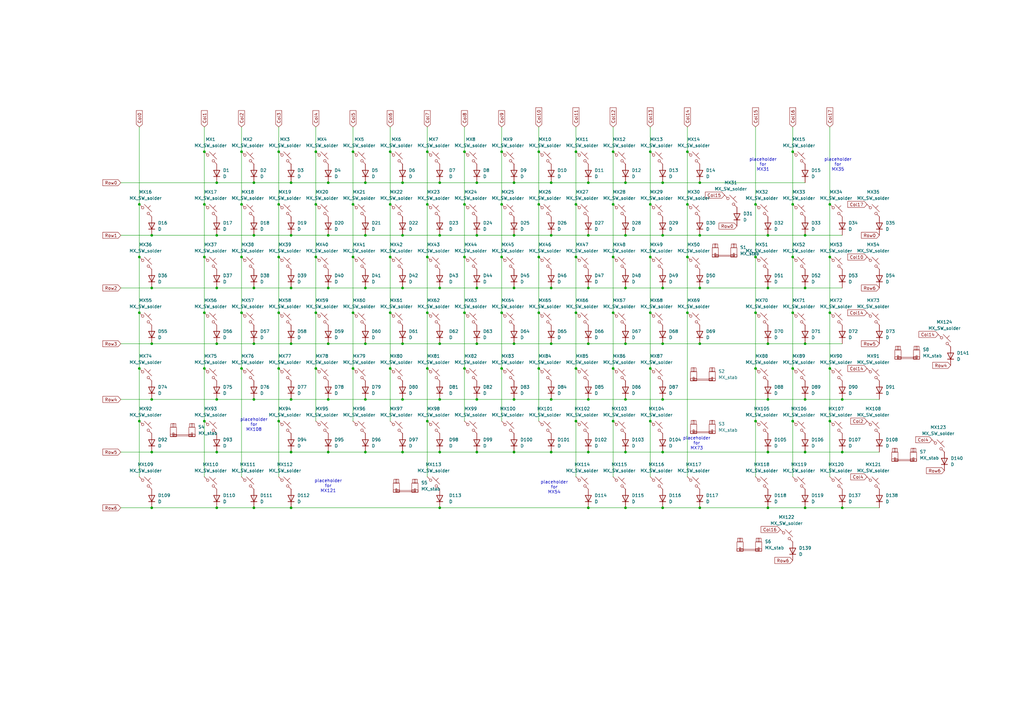
<source format=kicad_sch>
(kicad_sch (version 20231120) (generator "eeschema") (generator_version "8.0")
  (paper "A3")
  (junction (at 309.88 172.72))
  (junction (at 345.44 185.42))
  (junction (at 340.36 172.72))
  (junction (at 88.9 140.97))
  (junction (at 220.98 151.13))
  (junction (at 144.78 105.41))
  (junction (at 160.02 62.23))
  (junction (at 129.54 151.13))
  (junction (at 220.98 83.82))
  (junction (at 88.9 185.42))
  (junction (at 160.02 105.41))
  (junction (at 88.9 96.52))
  (junction (at 104.14 74.93))
  (junction (at 251.46 83.82))
  (junction (at 220.98 128.27))
  (junction (at 205.74 151.13))
  (junction (at 251.46 62.23))
  (junction (at 62.23 163.83))
  (junction (at 256.54 163.83))
  (junction (at 236.22 128.27))
  (junction (at 175.26 105.41))
  (junction (at 236.22 172.72))
  (junction (at 309.88 105.41))
  (junction (at 256.54 96.52))
  (junction (at 236.22 151.13))
  (junction (at 271.78 140.97))
  (junction (at 226.06 163.83))
  (junction (at 149.86 185.42))
  (junction (at 129.54 83.82))
  (junction (at 119.38 74.93))
  (junction (at 205.74 105.41))
  (junction (at 129.54 128.27))
  (junction (at 83.82 83.82))
  (junction (at 241.3 185.42))
  (junction (at 210.82 118.11))
  (junction (at 256.54 208.28))
  (junction (at 325.12 105.41))
  (junction (at 119.38 140.97))
  (junction (at 57.15 105.41))
  (junction (at 149.86 96.52))
  (junction (at 287.02 140.97))
  (junction (at 325.12 128.27))
  (junction (at 314.96 185.42))
  (junction (at 144.78 128.27))
  (junction (at 266.7 172.72))
  (junction (at 251.46 128.27))
  (junction (at 180.34 118.11))
  (junction (at 287.02 118.11))
  (junction (at 345.44 163.83))
  (junction (at 99.06 105.41))
  (junction (at 165.1 118.11))
  (junction (at 180.34 140.97))
  (junction (at 190.5 83.82))
  (junction (at 241.3 140.97))
  (junction (at 114.3 83.82))
  (junction (at 149.86 163.83))
  (junction (at 226.06 185.42))
  (junction (at 256.54 185.42))
  (junction (at 175.26 128.27))
  (junction (at 83.82 128.27))
  (junction (at 190.5 105.41))
  (junction (at 180.34 185.42))
  (junction (at 180.34 208.28))
  (junction (at 104.14 118.11))
  (junction (at 99.06 151.13))
  (junction (at 195.58 118.11))
  (junction (at 210.82 185.42))
  (junction (at 175.26 172.72))
  (junction (at 83.82 62.23))
  (junction (at 62.23 118.11))
  (junction (at 134.62 140.97))
  (junction (at 210.82 74.93))
  (junction (at 144.78 151.13))
  (junction (at 129.54 62.23))
  (junction (at 281.94 83.82))
  (junction (at 340.36 128.27))
  (junction (at 220.98 105.41))
  (junction (at 325.12 172.72))
  (junction (at 251.46 151.13))
  (junction (at 205.74 62.23))
  (junction (at 281.94 128.27))
  (junction (at 134.62 185.42))
  (junction (at 62.23 208.28))
  (junction (at 309.88 151.13))
  (junction (at 345.44 208.28))
  (junction (at 165.1 74.93))
  (junction (at 104.14 96.52))
  (junction (at 241.3 118.11))
  (junction (at 114.3 151.13))
  (junction (at 241.3 74.93))
  (junction (at 144.78 62.23))
  (junction (at 314.96 118.11))
  (junction (at 134.62 96.52))
  (junction (at 104.14 163.83))
  (junction (at 325.12 83.82))
  (junction (at 149.86 118.11))
  (junction (at 99.06 62.23))
  (junction (at 195.58 140.97))
  (junction (at 119.38 208.28))
  (junction (at 309.88 83.82))
  (junction (at 251.46 105.41))
  (junction (at 129.54 105.41))
  (junction (at 180.34 74.93))
  (junction (at 99.06 83.82))
  (junction (at 287.02 96.52))
  (junction (at 195.58 74.93))
  (junction (at 165.1 96.52))
  (junction (at 325.12 62.23))
  (junction (at 314.96 140.97))
  (junction (at 83.82 172.72))
  (junction (at 241.3 96.52))
  (junction (at 104.14 140.97))
  (junction (at 251.46 172.72))
  (junction (at 175.26 83.82))
  (junction (at 330.2 118.11))
  (junction (at 266.7 128.27))
  (junction (at 330.2 96.52))
  (junction (at 160.02 83.82))
  (junction (at 226.06 118.11))
  (junction (at 205.74 128.27))
  (junction (at 340.36 105.41))
  (junction (at 180.34 163.83))
  (junction (at 190.5 151.13))
  (junction (at 165.1 140.97))
  (junction (at 83.82 105.41))
  (junction (at 62.23 96.52))
  (junction (at 195.58 96.52))
  (junction (at 236.22 83.82))
  (junction (at 330.2 163.83))
  (junction (at 144.78 83.82))
  (junction (at 210.82 140.97))
  (junction (at 226.06 96.52))
  (junction (at 190.5 128.27))
  (junction (at 271.78 185.42))
  (junction (at 149.86 140.97))
  (junction (at 281.94 62.23))
  (junction (at 309.88 128.27))
  (junction (at 205.74 83.82))
  (junction (at 88.9 118.11))
  (junction (at 314.96 163.83))
  (junction (at 325.12 151.13))
  (junction (at 180.34 96.52))
  (junction (at 88.9 74.93))
  (junction (at 114.3 172.72))
  (junction (at 195.58 185.42))
  (junction (at 256.54 140.97))
  (junction (at 57.15 172.72))
  (junction (at 256.54 74.93))
  (junction (at 314.96 208.28))
  (junction (at 134.62 163.83))
  (junction (at 330.2 208.28))
  (junction (at 83.82 151.13))
  (junction (at 62.23 185.42))
  (junction (at 57.15 83.82))
  (junction (at 149.86 74.93))
  (junction (at 256.54 118.11))
  (junction (at 271.78 74.93))
  (junction (at 266.7 62.23))
  (junction (at 281.94 105.41))
  (junction (at 104.14 208.28))
  (junction (at 226.06 74.93))
  (junction (at 266.7 105.41))
  (junction (at 340.36 83.82))
  (junction (at 114.3 62.23))
  (junction (at 236.22 62.23))
  (junction (at 119.38 96.52))
  (junction (at 57.15 151.13))
  (junction (at 241.3 163.83))
  (junction (at 287.02 208.28))
  (junction (at 210.82 96.52))
  (junction (at 175.26 151.13))
  (junction (at 271.78 163.83))
  (junction (at 99.06 128.27))
  (junction (at 195.58 163.83))
  (junction (at 287.02 74.93))
  (junction (at 271.78 208.28))
  (junction (at 210.82 163.83))
  (junction (at 190.5 62.23))
  (junction (at 165.1 163.83))
  (junction (at 62.23 140.97))
  (junction (at 114.3 128.27))
  (junction (at 134.62 74.93))
  (junction (at 160.02 128.27))
  (junction (at 330.2 185.42))
  (junction (at 271.78 118.11))
  (junction (at 57.15 128.27))
  (junction (at 175.26 62.23))
  (junction (at 160.02 151.13))
  (junction (at 134.62 118.11))
  (junction (at 226.06 140.97))
  (junction (at 340.36 151.13))
  (junction (at 266.7 151.13))
  (junction (at 114.3 105.41))
  (junction (at 119.38 163.83))
  (junction (at 119.38 118.11))
  (junction (at 266.7 83.82))
  (junction (at 220.98 62.23))
  (junction (at 241.3 208.28))
  (junction (at 119.38 185.42))
  (junction (at 314.96 96.52))
  (junction (at 271.78 96.52))
  (junction (at 88.9 208.28))
  (junction (at 236.22 105.41))
  (junction (at 88.9 163.83))
  (junction (at 165.1 185.42))
  (junction (at 330.2 140.97))
  (wire (pts (xy 220.98 151.13) (xy 220.98 172.72)))
  (wire (pts (xy 210.82 185.42) (xy 226.06 185.42)))
  (wire (pts (xy 165.1 185.42) (xy 180.34 185.42)))
  (wire (pts (xy 271.78 163.83) (xy 314.96 163.83)))
  (wire (pts (xy 205.74 151.13) (xy 205.74 172.72)))
  (wire (pts (xy 160.02 83.82) (xy 160.02 105.41)))
  (wire (pts (xy 175.26 105.41) (xy 175.26 128.27)))
  (wire (pts (xy 256.54 74.93) (xy 271.78 74.93)))
  (wire (pts (xy 190.5 128.27) (xy 190.5 151.13)))
  (wire (pts (xy 266.7 172.72) (xy 266.7 195.58)))
  (wire (pts (xy 83.82 52.07) (xy 83.82 62.23)))
  (wire (pts (xy 129.54 128.27) (xy 129.54 151.13)))
  (wire (pts (xy 241.3 74.93) (xy 256.54 74.93)))
  (wire (pts (xy 226.06 118.11) (xy 241.3 118.11)))
  (wire (pts (xy 57.15 172.72) (xy 57.15 195.58)))
  (wire (pts (xy 266.7 83.82) (xy 266.7 105.41)))
  (wire (pts (xy 57.15 128.27) (xy 57.15 151.13)))
  (wire (pts (xy 345.44 208.28) (xy 360.68 208.28)))
  (wire (pts (xy 149.86 74.93) (xy 165.1 74.93)))
  (wire (pts (xy 180.34 118.11) (xy 195.58 118.11)))
  (wire (pts (xy 99.06 105.41) (xy 99.06 128.27)))
  (wire (pts (xy 220.98 128.27) (xy 220.98 151.13)))
  (wire (pts (xy 180.34 163.83) (xy 195.58 163.83)))
  (wire (pts (xy 114.3 105.41) (xy 114.3 128.27)))
  (wire (pts (xy 241.3 163.83) (xy 256.54 163.83)))
  (wire (pts (xy 129.54 83.82) (xy 129.54 105.41)))
  (wire (pts (xy 134.62 96.52) (xy 149.86 96.52)))
  (wire (pts (xy 271.78 140.97) (xy 287.02 140.97)))
  (wire (pts (xy 281.94 105.41) (xy 281.94 128.27)))
  (wire (pts (xy 314.96 208.28) (xy 330.2 208.28)))
  (wire (pts (xy 119.38 96.52) (xy 134.62 96.52)))
  (wire (pts (xy 144.78 83.82) (xy 144.78 105.41)))
  (wire (pts (xy 266.7 151.13) (xy 266.7 172.72)))
  (wire (pts (xy 49.53 185.42) (xy 62.23 185.42)))
  (wire (pts (xy 210.82 96.52) (xy 226.06 96.52)))
  (wire (pts (xy 271.78 118.11) (xy 287.02 118.11)))
  (wire (pts (xy 195.58 96.52) (xy 210.82 96.52)))
  (wire (pts (xy 330.2 96.52) (xy 345.44 96.52)))
  (wire (pts (xy 62.23 96.52) (xy 88.9 96.52)))
  (wire (pts (xy 340.36 83.82) (xy 340.36 105.41)))
  (wire (pts (xy 149.86 140.97) (xy 165.1 140.97)))
  (wire (pts (xy 314.96 96.52) (xy 330.2 96.52)))
  (wire (pts (xy 210.82 163.83) (xy 226.06 163.83)))
  (wire (pts (xy 62.23 140.97) (xy 88.9 140.97)))
  (wire (pts (xy 104.14 163.83) (xy 119.38 163.83)))
  (wire (pts (xy 149.86 96.52) (xy 165.1 96.52)))
  (wire (pts (xy 175.26 128.27) (xy 175.26 151.13)))
  (wire (pts (xy 119.38 118.11) (xy 134.62 118.11)))
  (wire (pts (xy 114.3 128.27) (xy 114.3 151.13)))
  (wire (pts (xy 119.38 140.97) (xy 134.62 140.97)))
  (wire (pts (xy 144.78 151.13) (xy 144.78 172.72)))
  (wire (pts (xy 57.15 151.13) (xy 57.15 172.72)))
  (wire (pts (xy 309.88 128.27) (xy 309.88 151.13)))
  (wire (pts (xy 190.5 52.07) (xy 190.5 62.23)))
  (wire (pts (xy 49.53 118.11) (xy 62.23 118.11)))
  (wire (pts (xy 180.34 185.42) (xy 195.58 185.42)))
  (wire (pts (xy 241.3 118.11) (xy 256.54 118.11)))
  (wire (pts (xy 149.86 118.11) (xy 165.1 118.11)))
  (wire (pts (xy 99.06 128.27) (xy 99.06 151.13)))
  (wire (pts (xy 251.46 151.13) (xy 251.46 172.72)))
  (wire (pts (xy 129.54 62.23) (xy 129.54 83.82)))
  (wire (pts (xy 180.34 74.93) (xy 195.58 74.93)))
  (wire (pts (xy 195.58 140.97) (xy 210.82 140.97)))
  (wire (pts (xy 180.34 208.28) (xy 241.3 208.28)))
  (wire (pts (xy 180.34 96.52) (xy 195.58 96.52)))
  (wire (pts (xy 325.12 52.07) (xy 325.12 62.23)))
  (wire (pts (xy 271.78 96.52) (xy 287.02 96.52)))
  (wire (pts (xy 345.44 185.42) (xy 360.68 185.42)))
  (wire (pts (xy 210.82 140.97) (xy 226.06 140.97)))
  (wire (pts (xy 226.06 140.97) (xy 241.3 140.97)))
  (wire (pts (xy 104.14 208.28) (xy 119.38 208.28)))
  (wire (pts (xy 175.26 62.23) (xy 175.26 83.82)))
  (wire (pts (xy 144.78 105.41) (xy 144.78 128.27)))
  (wire (pts (xy 330.2 163.83) (xy 345.44 163.83)))
  (wire (pts (xy 57.15 83.82) (xy 57.15 105.41)))
  (wire (pts (xy 330.2 208.28) (xy 345.44 208.28)))
  (wire (pts (xy 210.82 118.11) (xy 226.06 118.11)))
  (wire (pts (xy 99.06 151.13) (xy 99.06 195.58)))
  (wire (pts (xy 205.74 62.23) (xy 205.74 83.82)))
  (wire (pts (xy 88.9 118.11) (xy 104.14 118.11)))
  (wire (pts (xy 62.23 208.28) (xy 88.9 208.28)))
  (wire (pts (xy 226.06 163.83) (xy 241.3 163.83)))
  (wire (pts (xy 251.46 52.07) (xy 251.46 62.23)))
  (wire (pts (xy 88.9 74.93) (xy 104.14 74.93)))
  (wire (pts (xy 256.54 140.97) (xy 271.78 140.97)))
  (wire (pts (xy 314.96 163.83) (xy 330.2 163.83)))
  (wire (pts (xy 114.3 52.07) (xy 114.3 62.23)))
  (wire (pts (xy 62.23 185.42) (xy 88.9 185.42)))
  (wire (pts (xy 160.02 151.13) (xy 160.02 172.72)))
  (wire (pts (xy 251.46 128.27) (xy 251.46 151.13)))
  (wire (pts (xy 345.44 163.83) (xy 360.68 163.83)))
  (wire (pts (xy 83.82 105.41) (xy 83.82 128.27)))
  (wire (pts (xy 236.22 128.27) (xy 236.22 151.13)))
  (wire (pts (xy 287.02 74.93) (xy 330.2 74.93)))
  (wire (pts (xy 281.94 83.82) (xy 281.94 105.41)))
  (wire (pts (xy 129.54 151.13) (xy 129.54 172.72)))
  (wire (pts (xy 266.7 62.23) (xy 266.7 83.82)))
  (wire (pts (xy 134.62 74.93) (xy 149.86 74.93)))
  (wire (pts (xy 241.3 208.28) (xy 256.54 208.28)))
  (wire (pts (xy 190.5 62.23) (xy 190.5 83.82)))
  (wire (pts (xy 149.86 163.83) (xy 165.1 163.83)))
  (wire (pts (xy 325.12 83.82) (xy 325.12 105.41)))
  (wire (pts (xy 309.88 172.72) (xy 309.88 195.58)))
  (wire (pts (xy 134.62 185.42) (xy 149.86 185.42)))
  (wire (pts (xy 83.82 151.13) (xy 83.82 172.72)))
  (wire (pts (xy 190.5 105.41) (xy 190.5 128.27)))
  (wire (pts (xy 49.53 208.28) (xy 62.23 208.28)))
  (wire (pts (xy 57.15 52.07) (xy 57.15 83.82)))
  (wire (pts (xy 271.78 74.93) (xy 287.02 74.93)))
  (wire (pts (xy 325.12 128.27) (xy 325.12 151.13)))
  (wire (pts (xy 266.7 52.07) (xy 266.7 62.23)))
  (wire (pts (xy 160.02 105.41) (xy 160.02 128.27)))
  (wire (pts (xy 226.06 185.42) (xy 241.3 185.42)))
  (wire (pts (xy 281.94 128.27) (xy 281.94 195.58)))
  (wire (pts (xy 119.38 163.83) (xy 134.62 163.83)))
  (wire (pts (xy 314.96 140.97) (xy 330.2 140.97)))
  (wire (pts (xy 165.1 163.83) (xy 180.34 163.83)))
  (wire (pts (xy 256.54 163.83) (xy 271.78 163.83)))
  (wire (pts (xy 88.9 96.52) (xy 104.14 96.52)))
  (wire (pts (xy 220.98 105.41) (xy 220.98 128.27)))
  (wire (pts (xy 144.78 128.27) (xy 144.78 151.13)))
  (wire (pts (xy 104.14 74.93) (xy 119.38 74.93)))
  (wire (pts (xy 83.82 62.23) (xy 83.82 83.82)))
  (wire (pts (xy 340.36 172.72) (xy 340.36 195.58)))
  (wire (pts (xy 236.22 62.23) (xy 236.22 83.82)))
  (wire (pts (xy 149.86 185.42) (xy 165.1 185.42)))
  (wire (pts (xy 114.3 172.72) (xy 114.3 195.58)))
  (wire (pts (xy 256.54 185.42) (xy 271.78 185.42)))
  (wire (pts (xy 160.02 128.27) (xy 160.02 151.13)))
  (wire (pts (xy 271.78 208.28) (xy 287.02 208.28)))
  (wire (pts (xy 236.22 105.41) (xy 236.22 128.27)))
  (wire (pts (xy 175.26 172.72) (xy 175.26 195.58)))
  (wire (pts (xy 160.02 62.23) (xy 160.02 83.82)))
  (wire (pts (xy 99.06 52.07) (xy 99.06 62.23)))
  (wire (pts (xy 281.94 52.07) (xy 281.94 62.23)))
  (wire (pts (xy 165.1 118.11) (xy 180.34 118.11)))
  (wire (pts (xy 251.46 172.72) (xy 251.46 195.58)))
  (wire (pts (xy 241.3 185.42) (xy 256.54 185.42)))
  (wire (pts (xy 236.22 151.13) (xy 236.22 172.72)))
  (wire (pts (xy 144.78 52.07) (xy 144.78 62.23)))
  (wire (pts (xy 62.23 163.83) (xy 88.9 163.83)))
  (wire (pts (xy 104.14 140.97) (xy 119.38 140.97)))
  (wire (pts (xy 195.58 185.42) (xy 210.82 185.42)))
  (wire (pts (xy 220.98 52.07) (xy 220.98 62.23)))
  (wire (pts (xy 266.7 105.41) (xy 266.7 128.27)))
  (wire (pts (xy 226.06 96.52) (xy 241.3 96.52)))
  (wire (pts (xy 144.78 62.23) (xy 144.78 83.82)))
  (wire (pts (xy 287.02 208.28) (xy 314.96 208.28)))
  (wire (pts (xy 266.7 128.27) (xy 266.7 151.13)))
  (wire (pts (xy 88.9 163.83) (xy 104.14 163.83)))
  (wire (pts (xy 241.3 140.97) (xy 256.54 140.97)))
  (wire (pts (xy 83.82 172.72) (xy 83.82 195.58)))
  (wire (pts (xy 119.38 208.28) (xy 180.34 208.28)))
  (wire (pts (xy 175.26 52.07) (xy 175.26 62.23)))
  (wire (pts (xy 195.58 163.83) (xy 210.82 163.83)))
  (wire (pts (xy 314.96 185.42) (xy 330.2 185.42)))
  (wire (pts (xy 309.88 105.41) (xy 309.88 128.27)))
  (wire (pts (xy 309.88 83.82) (xy 309.88 105.41)))
  (wire (pts (xy 190.5 151.13) (xy 190.5 172.72)))
  (wire (pts (xy 226.06 74.93) (xy 241.3 74.93)))
  (wire (pts (xy 83.82 128.27) (xy 83.82 151.13)))
  (wire (pts (xy 325.12 151.13) (xy 325.12 172.72)))
  (wire (pts (xy 281.94 62.23) (xy 281.94 83.82)))
  (wire (pts (xy 325.12 62.23) (xy 325.12 83.82)))
  (wire (pts (xy 309.88 151.13) (xy 309.88 172.72)))
  (wire (pts (xy 241.3 96.52) (xy 256.54 96.52)))
  (wire (pts (xy 205.74 105.41) (xy 205.74 128.27)))
  (wire (pts (xy 251.46 105.41) (xy 251.46 128.27)))
  (wire (pts (xy 314.96 118.11) (xy 330.2 118.11)))
  (wire (pts (xy 104.14 118.11) (xy 119.38 118.11)))
  (wire (pts (xy 49.53 140.97) (xy 62.23 140.97)))
  (wire (pts (xy 57.15 105.41) (xy 57.15 128.27)))
  (wire (pts (xy 88.9 140.97) (xy 104.14 140.97)))
  (wire (pts (xy 236.22 52.07) (xy 236.22 62.23)))
  (wire (pts (xy 134.62 163.83) (xy 149.86 163.83)))
  (wire (pts (xy 325.12 172.72) (xy 325.12 195.58)))
  (wire (pts (xy 287.02 140.97) (xy 314.96 140.97)))
  (wire (pts (xy 340.36 52.07) (xy 340.36 83.82)))
  (wire (pts (xy 190.5 83.82) (xy 190.5 105.41)))
  (wire (pts (xy 99.06 83.82) (xy 99.06 105.41)))
  (wire (pts (xy 210.82 74.93) (xy 226.06 74.93)))
  (wire (pts (xy 309.88 52.07) (xy 309.88 83.82)))
  (wire (pts (xy 256.54 96.52) (xy 271.78 96.52)))
  (wire (pts (xy 236.22 83.82) (xy 236.22 105.41)))
  (wire (pts (xy 330.2 118.11) (xy 345.44 118.11)))
  (wire (pts (xy 236.22 172.72) (xy 236.22 195.58)))
  (wire (pts (xy 175.26 151.13) (xy 175.26 172.72)))
  (wire (pts (xy 104.14 96.52) (xy 119.38 96.52)))
  (wire (pts (xy 160.02 52.07) (xy 160.02 62.23)))
  (wire (pts (xy 205.74 128.27) (xy 205.74 151.13)))
  (wire (pts (xy 220.98 62.23) (xy 220.98 83.82)))
  (wire (pts (xy 88.9 208.28) (xy 104.14 208.28)))
  (wire (pts (xy 256.54 118.11) (xy 271.78 118.11)))
  (wire (pts (xy 271.78 185.42) (xy 314.96 185.42)))
  (wire (pts (xy 330.2 185.42) (xy 345.44 185.42)))
  (wire (pts (xy 256.54 208.28) (xy 271.78 208.28)))
  (wire (pts (xy 251.46 62.23) (xy 251.46 83.82)))
  (wire (pts (xy 99.06 62.23) (xy 99.06 83.82)))
  (wire (pts (xy 62.23 118.11) (xy 88.9 118.11)))
  (wire (pts (xy 205.74 83.82) (xy 205.74 105.41)))
  (wire (pts (xy 134.62 140.97) (xy 149.86 140.97)))
  (wire (pts (xy 340.36 151.13) (xy 340.36 172.72)))
  (wire (pts (xy 340.36 128.27) (xy 340.36 151.13)))
  (wire (pts (xy 287.02 96.52) (xy 314.96 96.52)))
  (wire (pts (xy 180.34 140.97) (xy 195.58 140.97)))
  (wire (pts (xy 119.38 185.42) (xy 134.62 185.42)))
  (wire (pts (xy 195.58 74.93) (xy 210.82 74.93)))
  (wire (pts (xy 325.12 105.41) (xy 325.12 128.27)))
  (wire (pts (xy 134.62 118.11) (xy 149.86 118.11)))
  (wire (pts (xy 330.2 140.97) (xy 345.44 140.97)))
  (wire (pts (xy 49.53 74.93) (xy 88.9 74.93)))
  (wire (pts (xy 251.46 83.82) (xy 251.46 105.41)))
  (wire (pts (xy 220.98 83.82) (xy 220.98 105.41)))
  (wire (pts (xy 129.54 52.07) (xy 129.54 62.23)))
  (wire (pts (xy 49.53 163.83) (xy 62.23 163.83)))
  (wire (pts (xy 165.1 140.97) (xy 180.34 140.97)))
  (wire (pts (xy 83.82 83.82) (xy 83.82 105.41)))
  (wire (pts (xy 129.54 105.41) (xy 129.54 128.27)))
  (wire (pts (xy 114.3 83.82) (xy 114.3 105.41)))
  (wire (pts (xy 88.9 185.42) (xy 119.38 185.42)))
  (wire (pts (xy 49.53 96.52) (xy 62.23 96.52)))
  (wire (pts (xy 287.02 118.11) (xy 314.96 118.11)))
  (wire (pts (xy 119.38 74.93) (xy 134.62 74.93)))
  (wire (pts (xy 175.26 83.82) (xy 175.26 105.41)))
  (wire (pts (xy 114.3 62.23) (xy 114.3 83.82)))
  (wire (pts (xy 165.1 74.93) (xy 180.34 74.93)))
  (wire (pts (xy 195.58 118.11) (xy 210.82 118.11)))
  (wire (pts (xy 205.74 52.07) (xy 205.74 62.23)))
  (wire (pts (xy 165.1 96.52) (xy 180.34 96.52)))
  (wire (pts (xy 114.3 151.13) (xy 114.3 172.72)))
  (wire (pts (xy 340.36 105.41) (xy 340.36 128.27)))
  (text "placeholder\nfor\nMX54" (at 227.33 199.898 0) (effects (font (size 1.27 1.27))))
  (text "placeholder\nfor\nMX35" (at 343.662 67.564 0) (effects (font (size 1.27 1.27))))
  (text "placeholder\nfor\nMX108" (at 104.14 174.244 0) (effects (font (size 1.27 1.27))))
  (text "placeholder\nfor\nMX73" (at 285.75 181.864 0) (effects (font (size 1.27 1.27))))
  (text "placeholder\nfor\nMX121" (at 134.62 199.39 0) (effects (font (size 1.27 1.27))))
  (text "placeholder\nfor\nMX31" (at 312.928 67.564 0) (effects (font (size 1.27 1.27))))
  (global_label "Row0" (shape input) (at 302.26 92.71 180) (property "Intersheetrefs" "${INTERSHEET_REFS}" (effects (hide yes))))
  (global_label "Col4" (shape input) (at 382.27 180.34 180) (property "Intersheetrefs" "${INTERSHEET_REFS}" (effects (hide yes))))
  (global_label "Col14" (shape input) (at 355.6 151.13 180) (property "Intersheetrefs" "${INTERSHEET_REFS}" (effects (hide yes))))
  (global_label "Row5" (shape input) (at 360.68 140.97 180) (property "Intersheetrefs" "${INTERSHEET_REFS}" (effects (hide yes))))
  (global_label "Row6" (shape input) (at 325.12 229.87 180) (property "Intersheetrefs" "${INTERSHEET_REFS}" (effects (hide yes))))
  (global_label "Col8" (shape input) (at 190.5 52.07 90) (property "Intersheetrefs" "${INTERSHEET_REFS}" (effects (hide yes))))
  (global_label "Row4" (shape input) (at 49.53 163.83 180) (property "Intersheetrefs" "${INTERSHEET_REFS}" (effects (hide yes))))
  (global_label "Col16" (shape input) (at 325.12 52.07 90) (property "Intersheetrefs" "${INTERSHEET_REFS}" (effects (hide yes))))
  (global_label "Col17" (shape input) (at 340.36 52.07 90) (property "Intersheetrefs" "${INTERSHEET_REFS}" (effects (hide yes))))
  (global_label "Col14" (shape input) (at 355.6 128.27 180) (property "Intersheetrefs" "${INTERSHEET_REFS}" (effects (hide yes))))
  (global_label "Col11" (shape input) (at 236.22 52.07 90) (property "Intersheetrefs" "${INTERSHEET_REFS}" (effects (hide yes))))
  (global_label "Col14" (shape input) (at 384.81 137.16 180) (property "Intersheetrefs" "${INTERSHEET_REFS}" (effects (hide yes))))
  (global_label "Col1" (shape input) (at 83.82 52.07 90) (property "Intersheetrefs" "${INTERSHEET_REFS}" (effects (hide yes))))
  (global_label "Row0" (shape input) (at 360.68 96.52 180) (property "Intersheetrefs" "${INTERSHEET_REFS}" (effects (hide yes))))
  (global_label "Col15" (shape input) (at 297.18 80.01 180) (property "Intersheetrefs" "${INTERSHEET_REFS}" (effects (hide yes))))
  (global_label "Row1" (shape input) (at 49.53 96.52 180) (property "Intersheetrefs" "${INTERSHEET_REFS}" (effects (hide yes))))
  (global_label "Row6" (shape input) (at 49.53 208.28 180) (property "Intersheetrefs" "${INTERSHEET_REFS}" (effects (hide yes))))
  (global_label "Col17" (shape input) (at 355.6 83.82 180) (property "Intersheetrefs" "${INTERSHEET_REFS}" (effects (hide yes))))
  (global_label "Col13" (shape input) (at 266.7 52.07 90) (property "Intersheetrefs" "${INTERSHEET_REFS}" (effects (hide yes))))
  (global_label "Col10" (shape input) (at 355.6 105.41 180) (property "Intersheetrefs" "${INTERSHEET_REFS}" (effects (hide yes))))
  (global_label "Col2" (shape input) (at 99.06 52.07 90) (property "Intersheetrefs" "${INTERSHEET_REFS}" (effects (hide yes))))
  (global_label "Col4" (shape input) (at 355.6 195.58 180) (property "Intersheetrefs" "${INTERSHEET_REFS}" (effects (hide yes))))
  (global_label "Row6" (shape input) (at 360.68 118.11 180) (property "Intersheetrefs" "${INTERSHEET_REFS}" (effects (hide yes))))
  (global_label "Row2" (shape input) (at 49.53 118.11 180) (property "Intersheetrefs" "${INTERSHEET_REFS}" (effects (hide yes))))
  (global_label "Col9" (shape input) (at 205.74 52.07 90) (property "Intersheetrefs" "${INTERSHEET_REFS}" (effects (hide yes))))
  (global_label "Col3" (shape input) (at 114.3 52.07 90) (property "Intersheetrefs" "${INTERSHEET_REFS}" (effects (hide yes))))
  (global_label "Row0" (shape input) (at 49.53 74.93 180) (property "Intersheetrefs" "${INTERSHEET_REFS}" (effects (hide yes))))
  (global_label "Col7" (shape input) (at 175.26 52.07 90) (property "Intersheetrefs" "${INTERSHEET_REFS}" (effects (hide yes))))
  (global_label "Col0" (shape input) (at 57.15 52.07 90) (property "Intersheetrefs" "${INTERSHEET_REFS}" (effects (hide yes))))
  (global_label "Row6" (shape input) (at 387.35 193.04 180) (property "Intersheetrefs" "${INTERSHEET_REFS}" (effects (hide yes))))
  (global_label "Col16" (shape input) (at 320.04 217.17 180) (property "Intersheetrefs" "${INTERSHEET_REFS}" (effects (hide yes))))
  (global_label "Col5" (shape input) (at 144.78 52.07 90) (property "Intersheetrefs" "${INTERSHEET_REFS}" (effects (hide yes))))
  (global_label "Col2" (shape input) (at 355.6 172.72 180) (property "Intersheetrefs" "${INTERSHEET_REFS}" (effects (hide yes))))
  (global_label "Row4" (shape input) (at 389.89 149.86 180) (property "Intersheetrefs" "${INTERSHEET_REFS}" (effects (hide yes))))
  (global_label "Row3" (shape input) (at 49.53 140.97 180) (property "Intersheetrefs" "${INTERSHEET_REFS}" (effects (hide yes))))
  (global_label "Col4" (shape input) (at 129.54 52.07 90) (property "Intersheetrefs" "${INTERSHEET_REFS}" (effects (hide yes))))
  (global_label "Col6" (shape input) (at 160.02 52.07 90) (property "Intersheetrefs" "${INTERSHEET_REFS}" (effects (hide yes))))
  (global_label "Col15" (shape input) (at 309.88 52.07 90) (property "Intersheetrefs" "${INTERSHEET_REFS}" (effects (hide yes))))
  (global_label "Col12" (shape input) (at 251.46 52.07 90) (property "Intersheetrefs" "${INTERSHEET_REFS}" (effects (hide yes))))
  (global_label "Row5" (shape input) (at 49.53 185.42 180) (property "Intersheetrefs" "${INTERSHEET_REFS}" (effects (hide yes))))
  (global_label "Col14" (shape input) (at 281.94 52.07 90) (property "Intersheetrefs" "${INTERSHEET_REFS}" (effects (hide yes))))
  (global_label "Col10" (shape input) (at 220.98 52.07 90) (property "Intersheetrefs" "${INTERSHEET_REFS}" (effects (hide yes))))
  (symbol (lib_id "Device:D") (at 256.54 92.71 90) (unit 1)
    (property "Reference" "D28" (at 259.08 91.4399 90) (effects (justify right)))
    (property "Value" "D" (at 259.08 93.9799 90) (effects (justify right)))
    (property "Footprint" "Diode_SMD:D_SOD-123" (effects (hide yes)))
    (property "Description" "Diode" (effects (hide yes)))
    (property "Sim.Device" "D" (effects (hide yes)))
    (property "Sim.Pins" "1=K 2=A" (effects (hide yes)))
  )
  (symbol (lib_id "Device:D") (at 134.62 160.02 90) (unit 1)
    (property "Reference" "D78" (at 137.16 158.7499 90) (effects (justify right)))
    (property "Value" "D" (at 137.16 161.2899 90) (effects (justify right)))
    (property "Footprint" "Diode_SMD:D_SOD-123" (effects (hide yes)))
    (property "Description" "Diode" (effects (hide yes)))
    (property "Sim.Device" "D" (effects (hide yes)))
    (property "Sim.Pins" "1=K 2=A" (effects (hide yes)))
  )
  (symbol (lib_id "Device:D") (at 104.14 160.02 90) (unit 1)
    (property "Reference" "D76" (at 106.68 158.7499 90) (effects (justify right)))
    (property "Value" "D" (at 106.68 161.2899 90) (effects (justify right)))
    (property "Footprint" "Diode_SMD:D_SOD-123" (effects (hide yes)))
    (property "Description" "Diode" (effects (hide yes)))
    (property "Sim.Device" "D" (effects (hide yes)))
    (property "Sim.Pins" "1=K 2=A" (effects (hide yes)))
  )
  (symbol (lib_id "Device:D") (at 62.23 181.61 90) (unit 1)
    (property "Reference" "D92" (at 64.77 180.3399 90) (effects (justify right)))
    (property "Value" "D" (at 64.77 182.8799 90) (effects (justify right)))
    (property "Footprint" "Diode_SMD:D_SOD-123" (effects (hide yes)))
    (property "Description" "Diode" (effects (hide yes)))
    (property "Sim.Device" "D" (effects (hide yes)))
    (property "Sim.Pins" "1=K 2=A" (effects (hide yes)))
  )
  (symbol (lib_id "PCM_marbastlib-mx:MX_SW_solder") (at 269.24 86.36 0) (unit 1)
    (property "Reference" "MX29" (at 269.24 78.74 0))
    (property "Value" "MX_SW_solder" (at 269.24 81.28 0))
    (property "Footprint" "PCM_marbastlib-mx:SW_MX_1u" (effects (hide yes)))
    (property "Description" "Push button switch, normally open, two pins, 45° tilted" (effects (hide yes)))
  )
  (symbol (lib_id "PCM_marbastlib-mx:MX_SW_solder") (at 342.9 175.26 0) (unit 1)
    (property "Reference" "MX107" (at 342.9 167.64 0))
    (property "Value" "MX_SW_solder" (at 342.9 170.18 0))
    (property "Footprint" "PCM_marbastlib-mx:SW_MX_1u" (effects (hide yes)))
    (property "Description" "Push button switch, normally open, two pins, 45° tilted" (effects (hide yes)))
  )
  (symbol (lib_id "Device:D") (at 195.58 137.16 90) (unit 1)
    (property "Reference" "D63" (at 198.12 135.8899 90) (effects (justify right)))
    (property "Value" "D" (at 198.12 138.4299 90) (effects (justify right)))
    (property "Footprint" "Diode_SMD:D_SOD-123" (effects (hide yes)))
    (property "Description" "Diode" (effects (hide yes)))
    (property "Sim.Device" "D" (effects (hide yes)))
    (property "Sim.Pins" "1=K 2=A" (effects (hide yes)))
  )
  (symbol (lib_id "PCM_marbastlib-mx:MX_SW_solder") (at 358.14 130.81 0) (unit 1)
    (property "Reference" "MX73" (at 358.14 123.19 0))
    (property "Value" "MX_SW_solder" (at 358.14 125.73 0))
    (property "Footprint" "PCM_marbastlib-mx:SW_MX_1u" (effects (hide yes)))
    (property "Description" "Push button switch, normally open, two pins, 45° tilted" (effects (hide yes)))
  )
  (symbol (lib_id "Device:D") (at 165.1 137.16 90) (unit 1)
    (property "Reference" "D61" (at 167.64 135.8899 90) (effects (justify right)))
    (property "Value" "D" (at 167.64 138.4299 90) (effects (justify right)))
    (property "Footprint" "Diode_SMD:D_SOD-123" (effects (hide yes)))
    (property "Description" "Diode" (effects (hide yes)))
    (property "Sim.Device" "D" (effects (hide yes)))
    (property "Sim.Pins" "1=K 2=A" (effects (hide yes)))
  )
  (symbol (lib_id "PCM_marbastlib-mx:MX_SW_solder") (at 358.14 107.95 0) (unit 1)
    (property "Reference" "MX54" (at 358.14 100.33 0))
    (property "Value" "MX_SW_solder" (at 358.14 102.87 0))
    (property "Footprint" "PCM_marbastlib-mx:SW_MX_1u" (effects (hide yes)))
    (property "Description" "Push button switch, normally open, two pins, 45° tilted" (effects (hide yes)))
  )
  (symbol (lib_id "Device:D") (at 119.38 181.61 90) (unit 1)
    (property "Reference" "D94" (at 121.92 180.3399 90) (effects (justify right)))
    (property "Value" "D" (at 121.92 182.8799 90) (effects (justify right)))
    (property "Footprint" "Diode_SMD:D_SOD-123" (effects (hide yes)))
    (property "Description" "Diode" (effects (hide yes)))
    (property "Sim.Device" "D" (effects (hide yes)))
    (property "Sim.Pins" "1=K 2=A" (effects (hide yes)))
  )
  (symbol (lib_id "Device:D") (at 226.06 160.02 90) (unit 1)
    (property "Reference" "D84" (at 228.6 158.7499 90) (effects (justify right)))
    (property "Value" "D" (at 228.6 161.2899 90) (effects (justify right)))
    (property "Footprint" "Diode_SMD:D_SOD-123" (effects (hide yes)))
    (property "Description" "Diode" (effects (hide yes)))
    (property "Sim.Device" "D" (effects (hide yes)))
    (property "Sim.Pins" "1=K 2=A" (effects (hide yes)))
  )
  (symbol (lib_id "PCM_marbastlib-mx:MX_SW_solder") (at 208.28 64.77 0) (unit 1)
    (property "Reference" "MX9" (at 208.28 57.15 0))
    (property "Value" "MX_SW_solder" (at 208.28 59.69 0))
    (property "Footprint" "PCM_marbastlib-mx:SW_MX_1u" (effects (hide yes)))
    (property "Description" "Push button switch, normally open, two pins, 45° tilted" (effects (hide yes)))
  )
  (symbol (lib_id "Device:D") (at 62.23 114.3 90) (unit 1)
    (property "Reference" "D36" (at 64.77 113.0299 90) (effects (justify right)))
    (property "Value" "D" (at 64.77 115.5699 90) (effects (justify right)))
    (property "Footprint" "Diode_SMD:D_SOD-123" (effects (hide yes)))
    (property "Description" "Diode" (effects (hide yes)))
    (property "Sim.Device" "D" (effects (hide yes)))
    (property "Sim.Pins" "1=K 2=A" (effects (hide yes)))
  )
  (symbol (lib_id "PCM_marbastlib-mx:MX_stab") (at 372.11 144.78 0) (unit 1)
    (property "Reference" "S8" (at 378.46 143.3829 0) (effects (justify left)))
    (property "Value" "MX_stab" (at 378.46 145.9229 0) (effects (justify left)))
    (property "Footprint" "PCM_marbastlib-mx:STAB_MX_2u" (effects (hide yes)))
    (property "Description" "Cherry MX-style stabilizer" (effects (hide yes)))
  )
  (symbol (lib_id "PCM_marbastlib-mx:MX_SW_solder") (at 269.24 130.81 0) (unit 1)
    (property "Reference" "MX68" (at 269.24 123.19 0))
    (property "Value" "MX_SW_solder" (at 269.24 125.73 0))
    (property "Footprint" "PCM_marbastlib-mx:SW_MX_1u" (effects (hide yes)))
    (property "Description" "Push button switch, normally open, two pins, 45° tilted" (effects (hide yes)))
  )
  (symbol (lib_id "PCM_marbastlib-mx:MX_SW_solder") (at 101.6 107.95 0) (unit 1)
    (property "Reference" "MX38" (at 101.6 100.33 0))
    (property "Value" "MX_SW_solder" (at 101.6 102.87 0))
    (property "Footprint" "PCM_marbastlib-mx:SW_MX_1u" (effects (hide yes)))
    (property "Description" "Push button switch, normally open, two pins, 45° tilted" (effects (hide yes)))
  )
  (symbol (lib_id "PCM_marbastlib-mx:MX_SW_solder") (at 177.8 86.36 0) (unit 1)
    (property "Reference" "MX23" (at 177.8 78.74 0))
    (property "Value" "MX_SW_solder" (at 177.8 81.28 0))
    (property "Footprint" "PCM_marbastlib-mx:SW_MX_1u" (effects (hide yes)))
    (property "Description" "Push button switch, normally open, two pins, 45° tilted" (effects (hide yes)))
  )
  (symbol (lib_id "PCM_marbastlib-mx:MX_SW_solder") (at 59.69 107.95 0) (unit 1)
    (property "Reference" "MX36" (at 59.69 100.33 0))
    (property "Value" "MX_SW_solder" (at 59.69 102.87 0))
    (property "Footprint" "PCM_marbastlib-mx:SW_MX_1u" (effects (hide yes)))
    (property "Description" "Push button switch, normally open, two pins, 45° tilted" (effects (hide yes)))
  )
  (symbol (lib_id "PCM_marbastlib-mx:MX_SW_solder") (at 238.76 64.77 0) (unit 1)
    (property "Reference" "MX11" (at 238.76 57.15 0))
    (property "Value" "MX_SW_solder" (at 238.76 59.69 0))
    (property "Footprint" "PCM_marbastlib-mx:SW_MX_1u" (effects (hide yes)))
    (property "Description" "Push button switch, normally open, two pins, 45° tilted" (effects (hide yes)))
  )
  (symbol (lib_id "Device:D") (at 88.9 114.3 90) (unit 1)
    (property "Reference" "D37" (at 91.44 113.0299 90) (effects (justify right)))
    (property "Value" "D" (at 91.44 115.5699 90) (effects (justify right)))
    (property "Footprint" "Diode_SMD:D_SOD-123" (effects (hide yes)))
    (property "Description" "Diode" (effects (hide yes)))
    (property "Sim.Device" "D" (effects (hide yes)))
    (property "Sim.Pins" "1=K 2=A" (effects (hide yes)))
  )
  (symbol (lib_id "PCM_marbastlib-mx:MX_SW_solder") (at 162.56 107.95 0) (unit 1)
    (property "Reference" "MX42" (at 162.56 100.33 0))
    (property "Value" "MX_SW_solder" (at 162.56 102.87 0))
    (property "Footprint" "PCM_marbastlib-mx:SW_MX_1u" (effects (hide yes)))
    (property "Description" "Push button switch, normally open, two pins, 45° tilted" (effects (hide yes)))
  )
  (symbol (lib_id "PCM_marbastlib-mx:MX_SW_solder") (at 59.69 198.12 0) (unit 1)
    (property "Reference" "MX109" (at 59.69 190.5 0))
    (property "Value" "MX_SW_solder" (at 59.69 193.04 0))
    (property "Footprint" "PCM_marbastlib-mx:SW_MX_1u" (effects (hide yes)))
    (property "Description" "Push button switch, normally open, two pins, 45° tilted" (effects (hide yes)))
  )
  (symbol (lib_id "Device:D") (at 271.78 71.12 90) (unit 1)
    (property "Reference" "D13" (at 274.32 69.8499 90) (effects (justify right)))
    (property "Value" "D" (at 274.32 72.3899 90) (effects (justify right)))
    (property "Footprint" "Diode_SMD:D_SOD-123" (effects (hide yes)))
    (property "Description" "Diode" (effects (hide yes)))
    (property "Sim.Device" "D" (effects (hide yes)))
    (property "Sim.Pins" "1=K 2=A" (effects (hide yes)))
  )
  (symbol (lib_id "PCM_marbastlib-mx:MX_SW_solder") (at 162.56 86.36 0) (unit 1)
    (property "Reference" "MX22" (at 162.56 78.74 0))
    (property "Value" "MX_SW_solder" (at 162.56 81.28 0))
    (property "Footprint" "PCM_marbastlib-mx:SW_MX_1u" (effects (hide yes)))
    (property "Description" "Push button switch, normally open, two pins, 45° tilted" (effects (hide yes)))
  )
  (symbol (lib_id "Device:D") (at 271.78 181.61 90) (unit 1)
    (property "Reference" "D104" (at 274.32 180.3399 90) (effects (justify right)))
    (property "Value" "D" (at 274.32 182.8799 90) (effects (justify right)))
    (property "Footprint" "Diode_SMD:D_SOD-123" (effects (hide yes)))
    (property "Description" "Diode" (effects (hide yes)))
    (property "Sim.Device" "D" (effects (hide yes)))
    (property "Sim.Pins" "1=K 2=A" (effects (hide yes)))
  )
  (symbol (lib_id "PCM_marbastlib-mx:MX_SW_solder") (at 238.76 198.12 0) (unit 1)
    (property "Reference" "MX114" (at 238.76 190.5 0))
    (property "Value" "MX_SW_solder" (at 238.76 193.04 0))
    (property "Footprint" "PCM_marbastlib-mx:SW_MX_1u" (effects (hide yes)))
    (property "Description" "Push button switch, normally open, two pins, 45° tilted" (effects (hide yes)))
  )
  (symbol (lib_id "Device:D") (at 104.14 71.12 90) (unit 1)
    (property "Reference" "D2" (at 106.68 69.8499 90) (effects (justify right)))
    (property "Value" "D" (at 106.68 72.3899 90) (effects (justify right)))
    (property "Footprint" "Diode_SMD:D_SOD-123" (effects (hide yes)))
    (property "Description" "Diode" (effects (hide yes)))
    (property "Sim.Device" "D" (effects (hide yes)))
    (property "Sim.Pins" "1=K 2=A" (effects (hide yes)))
  )
  (symbol (lib_id "Device:D") (at 256.54 181.61 90) (unit 1)
    (property "Reference" "D103" (at 259.08 180.3399 90) (effects (justify right)))
    (property "Value" "D" (at 259.08 182.8799 90) (effects (justify right)))
    (property "Footprint" "Diode_SMD:D_SOD-123" (effects (hide yes)))
    (property "Description" "Diode" (effects (hide yes)))
    (property "Sim.Device" "D" (effects (hide yes)))
    (property "Sim.Pins" "1=K 2=A" (effects (hide yes)))
  )
  (symbol (lib_id "PCM_marbastlib-mx:MX_SW_solder") (at 358.14 175.26 0) (unit 1)
    (property "Reference" "MX108" (at 358.14 167.64 0))
    (property "Value" "MX_SW_solder" (at 358.14 170.18 0))
    (property "Footprint" "PCM_marbastlib-mx:SW_MX_1u" (effects (hide yes)))
    (property "Description" "Push button switch, normally open, two pins, 45° tilted" (effects (hide yes)))
  )
  (symbol (lib_id "PCM_marbastlib-mx:MX_SW_solder") (at 177.8 107.95 0) (unit 1)
    (property "Reference" "MX43" (at 177.8 100.33 0))
    (property "Value" "MX_SW_solder" (at 177.8 102.87 0))
    (property "Footprint" "PCM_marbastlib-mx:SW_MX_1u" (effects (hide yes)))
    (property "Description" "Push button switch, normally open, two pins, 45° tilted" (effects (hide yes)))
  )
  (symbol (lib_id "PCM_marbastlib-mx:MX_SW_solder") (at 327.66 86.36 0) (unit 1)
    (property "Reference" "MX33" (at 327.66 78.74 0))
    (property "Value" "MX_SW_solder" (at 327.66 81.28 0))
    (property "Footprint" "PCM_marbastlib-mx:SW_MX_1u" (effects (hide yes)))
    (property "Description" "Push button switch, normally open, two pins, 45° tilted" (effects (hide yes)))
  )
  (symbol (lib_id "PCM_marbastlib-mx:MX_SW_solder") (at 342.9 130.81 0) (unit 1)
    (property "Reference" "MX72" (at 342.9 123.19 0))
    (property "Value" "MX_SW_solder" (at 342.9 125.73 0))
    (property "Footprint" "PCM_marbastlib-mx:SW_MX_1u" (effects (hide yes)))
    (property "Description" "Push button switch, normally open, two pins, 45° tilted" (effects (hide yes)))
  )
  (symbol (lib_id "PCM_marbastlib-mx:MX_stab") (at 74.93 176.53 0) (unit 1)
    (property "Reference" "S4" (at 81.28 175.1329 0) (effects (justify left)))
    (property "Value" "MX_stab" (at 81.28 177.6729 0) (effects (justify left)))
    (property "Footprint" "PCM_marbastlib-mx:STAB_MX_P_2.25u" (effects (hide yes)))
    (property "Description" "Cherry MX-style stabilizer" (effects (hide yes)))
  )
  (symbol (lib_id "Device:D") (at 314.96 92.71 90) (unit 1)
    (property "Reference" "D32" (at 317.5 91.4399 90) (effects (justify right)))
    (property "Value" "D" (at 317.5 93.9799 90) (effects (justify right)))
    (property "Footprint" "Diode_SMD:D_SOD-123" (effects (hide yes)))
    (property "Description" "Diode" (effects (hide yes)))
    (property "Sim.Device" "D" (effects (hide yes)))
    (property "Sim.Pins" "1=K 2=A" (effects (hide yes)))
  )
  (symbol (lib_id "Device:D") (at 149.86 137.16 90) (unit 1)
    (property "Reference" "D60" (at 152.4 135.8899 90) (effects (justify right)))
    (property "Value" "D" (at 152.4 138.4299 90) (effects (justify right)))
    (property "Footprint" "Diode_SMD:D_SOD-123" (effects (hide yes)))
    (property "Description" "Diode" (effects (hide yes)))
    (property "Sim.Device" "D" (effects (hide yes)))
    (property "Sim.Pins" "1=K 2=A" (effects (hide yes)))
  )
  (symbol (lib_id "PCM_marbastlib-mx:MX_SW_solder") (at 238.76 175.26 0) (unit 1)
    (property "Reference" "MX102" (at 238.76 167.64 0))
    (property "Value" "MX_SW_solder" (at 238.76 170.18 0))
    (property "Footprint" "PCM_marbastlib-mx:SW_MX_1u" (effects (hide yes)))
    (property "Description" "Push button switch, normally open, two pins, 45° tilted" (effects (hide yes)))
  )
  (symbol (lib_id "Device:D") (at 195.58 92.71 90) (unit 1)
    (property "Reference" "D24" (at 198.12 91.4399 90) (effects (justify right)))
    (property "Value" "D" (at 198.12 93.9799 90) (effects (justify right)))
    (property "Footprint" "Diode_SMD:D_SOD-123" (effects (hide yes)))
    (property "Description" "Diode" (effects (hide yes)))
    (property "Sim.Device" "D" (effects (hide yes)))
    (property "Sim.Pins" "1=K 2=A" (effects (hide yes)))
  )
  (symbol (lib_id "Device:D") (at 330.2 71.12 90) (unit 1)
    (property "Reference" "D15" (at 332.74 69.8499 90) (effects (justify right)))
    (property "Value" "D" (at 332.74 72.3899 90) (effects (justify right)))
    (property "Footprint" "Diode_SMD:D_SOD-123" (effects (hide yes)))
    (property "Description" "Diode" (effects (hide yes)))
    (property "Sim.Device" "D" (effects (hide yes)))
    (property "Sim.Pins" "1=K 2=A" (effects (hide yes)))
  )
  (symbol (lib_id "Device:D") (at 256.54 204.47 90) (unit 1)
    (property "Reference" "D115" (at 259.08 203.1999 90) (effects (justify right)))
    (property "Value" "D" (at 259.08 205.7399 90) (effects (justify right)))
    (property "Footprint" "Diode_SMD:D_SOD-123" (effects (hide yes)))
    (property "Description" "Diode" (effects (hide yes)))
    (property "Sim.Device" "D" (effects (hide yes)))
    (property "Sim.Pins" "1=K 2=A" (effects (hide yes)))
  )
  (symbol (lib_id "PCM_marbastlib-mx:MX_SW_solder") (at 269.24 107.95 0) (unit 1)
    (property "Reference" "MX49" (at 269.24 100.33 0))
    (property "Value" "MX_SW_solder" (at 269.24 102.87 0))
    (property "Footprint" "PCM_marbastlib-mx:SW_MX_1u" (effects (hide yes)))
    (property "Description" "Push button switch, normally open, two pins, 45° tilted" (effects (hide yes)))
  )
  (symbol (lib_id "PCM_marbastlib-mx:MX_SW_solder") (at 177.8 130.81 0) (unit 1)
    (property "Reference" "MX62" (at 177.8 123.19 0))
    (property "Value" "MX_SW_solder" (at 177.8 125.73 0))
    (property "Footprint" "PCM_marbastlib-mx:SW_MX_1u" (effects (hide yes)))
    (property "Description" "Push button switch, normally open, two pins, 45° tilted" (effects (hide yes)))
  )
  (symbol (lib_id "PCM_marbastlib-mx:MX_SW_solder") (at 132.08 86.36 0) (unit 1)
    (property "Reference" "MX20" (at 132.08 78.74 0))
    (property "Value" "MX_SW_solder" (at 132.08 81.28 0))
    (property "Footprint" "PCM_marbastlib-mx:SW_MX_1u" (effects (hide yes)))
    (property "Description" "Push button switch, normally open, two pins, 45° tilted" (effects (hide yes)))
  )
  (symbol (lib_id "PCM_marbastlib-mx:MX_SW_solder") (at 132.08 130.81 0) (unit 1)
    (property "Reference" "MX59" (at 132.08 123.19 0))
    (property "Value" "MX_SW_solder" (at 132.08 125.73 0))
    (property "Footprint" "PCM_marbastlib-mx:SW_MX_1u" (effects (hide yes)))
    (property "Description" "Push button switch, normally open, two pins, 45° tilted" (effects (hide yes)))
  )
  (symbol (lib_id "PCM_marbastlib-mx:MX_SW_solder") (at 59.69 86.36 0) (unit 1)
    (property "Reference" "MX16" (at 59.69 78.74 0))
    (property "Value" "MX_SW_solder" (at 59.69 81.28 0))
    (property "Footprint" "PCM_marbastlib-mx:SW_MX_1u" (effects (hide yes)))
    (property "Description" "Push button switch, normally open, two pins, 45° tilted" (effects (hide yes)))
  )
  (symbol (lib_id "Device:D") (at 330.2 114.3 90) (unit 1)
    (property "Reference" "D52" (at 332.74 113.0299 90) (effects (justify right)))
    (property "Value" "D" (at 332.74 115.5699 90) (effects (justify right)))
    (property "Footprint" "Diode_SMD:D_SOD-123" (effects (hide yes)))
    (property "Description" "Diode" (effects (hide yes)))
    (property "Sim.Device" "D" (effects (hide yes)))
    (property "Sim.Pins" "1=K 2=A" (effects (hide yes)))
  )
  (symbol (lib_id "Device:D") (at 256.54 160.02 90) (unit 1)
    (property "Reference" "D86" (at 259.08 158.7499 90) (effects (justify right)))
    (property "Value" "D" (at 259.08 161.2899 90) (effects (justify right)))
    (property "Footprint" "Diode_SMD:D_SOD-123" (effects (hide yes)))
    (property "Description" "Diode" (effects (hide yes)))
    (property "Sim.Device" "D" (effects (hide yes)))
    (property "Sim.Pins" "1=K 2=A" (effects (hide yes)))
  )
  (symbol (lib_id "Device:D") (at 180.34 71.12 90) (unit 1)
    (property "Reference" "D7" (at 184.15 69.8499 90) (effects (justify right)))
    (property "Value" "D" (at 184.15 72.3899 90) (effects (justify right)))
    (property "Footprint" "Diode_SMD:D_SOD-123" (effects (hide yes)))
    (property "Description" "Diode" (effects (hide yes)))
    (property "Sim.Device" "D" (effects (hide yes)))
    (property "Sim.Pins" "1=K 2=A" (effects (hide yes)))
  )
  (symbol (lib_id "Device:D") (at 271.78 114.3 90) (unit 1)
    (property "Reference" "D49" (at 274.32 113.0299 90) (effects (justify right)))
    (property "Value" "D" (at 274.32 115.5699 90) (effects (justify right)))
    (property "Footprint" "Diode_SMD:D_SOD-123" (effects (hide yes)))
    (property "Description" "Diode" (effects (hide yes)))
    (property "Sim.Device" "D" (effects (hide yes)))
    (property "Sim.Pins" "1=K 2=A" (effects (hide yes)))
  )
  (symbol (lib_id "Device:D") (at 241.3 160.02 90) (unit 1)
    (property "Reference" "D85" (at 243.84 158.7499 90) (effects (justify right)))
    (property "Value" "D" (at 243.84 161.2899 90) (effects (justify right)))
    (property "Footprint" "Diode_SMD:D_SOD-123" (effects (hide yes)))
    (property "Description" "Diode" (effects (hide yes)))
    (property "Sim.Device" "D" (effects (hide yes)))
    (property "Sim.Pins" "1=K 2=A" (effects (hide yes)))
  )
  (symbol (lib_id "PCM_marbastlib-mx:MX_SW_solder") (at 86.36 64.77 0) (unit 1)
    (property "Reference" "MX1" (at 86.36 57.15 0))
    (property "Value" "MX_SW_solder" (at 86.36 59.69 0))
    (property "Footprint" "PCM_marbastlib-mx:SW_MX_1u" (effects (hide yes)))
    (property "Description" "Push button switch, normally open, two pins, 45° tilted" (effects (hide yes)))
  )
  (symbol (lib_id "PCM_marbastlib-mx:MX_SW_solder") (at 208.28 175.26 0) (unit 1)
    (property "Reference" "MX100" (at 208.28 167.64 0))
    (property "Value" "MX_SW_solder" (at 208.28 170.18 0))
    (property "Footprint" "PCM_marbastlib-mx:SW_MX_1u" (effects (hide yes)))
    (property "Description" "Push button switch, normally open, two pins, 45° tilted" (effects (hide yes)))
  )
  (symbol (lib_id "PCM_marbastlib-mx:MX_SW_solder") (at 116.84 175.26 0) (unit 1)
    (property "Reference" "MX94" (at 116.84 167.64 0))
    (property "Value" "MX_SW_solder" (at 116.84 170.18 0))
    (property "Footprint" "PCM_marbastlib-mx:SW_MX_1u" (effects (hide yes)))
    (property "Description" "Push button switch, normally open, two pins, 45° tilted" (effects (hide yes)))
  )
  (symbol (lib_id "PCM_marbastlib-mx:MX_SW_solder") (at 193.04 175.26 0) (unit 1)
    (property "Reference" "MX99" (at 193.04 167.64 0))
    (property "Value" "MX_SW_solder" (at 193.04 170.18 0))
    (property "Footprint" "PCM_marbastlib-mx:SW_MX_1u" (effects (hide yes)))
    (property "Description" "Push button switch, normally open, two pins, 45° tilted" (effects (hide yes)))
  )
  (symbol (lib_id "PCM_marbastlib-mx:MX_SW_solder") (at 284.48 64.77 0) (unit 1)
    (property "Reference" "MX14" (at 284.48 57.15 0))
    (property "Value" "MX_SW_solder" (at 284.48 59.69 0))
    (property "Footprint" "PCM_marbastlib-mx:SW_MX_1u" (effects (hide yes)))
    (property "Description" "Push button switch, normally open, two pins, 45° tilted" (effects (hide yes)))
  )
  (symbol (lib_id "Device:D") (at 165.1 71.12 90) (unit 1)
    (property "Reference" "D6" (at 167.64 69.8499 90) (effects (justify right)))
    (property "Value" "D" (at 167.64 72.3899 90) (effects (justify right)))
    (property "Footprint" "Diode_SMD:D_SOD-123" (effects (hide yes)))
    (property "Description" "Diode" (effects (hide yes)))
    (property "Sim.Device" "D" (effects (hide yes)))
    (property "Sim.Pins" "1=K 2=A" (effects (hide yes)))
  )
  (symbol (lib_id "Device:D") (at 330.2 160.02 90) (unit 1)
    (property "Reference" "D89" (at 332.74 158.7499 90) (effects (justify right)))
    (property "Value" "D" (at 332.74 161.2899 90) (effects (justify right)))
    (property "Footprint" "Diode_SMD:D_SOD-123" (effects (hide yes)))
    (property "Description" "Diode" (effects (hide yes)))
    (property "Sim.Device" "D" (effects (hide yes)))
    (property "Sim.Pins" "1=K 2=A" (effects (hide yes)))
  )
  (symbol (lib_id "PCM_marbastlib-mx:MX_SW_solder") (at 101.6 198.12 0) (unit 1)
    (property "Reference" "MX111" (at 101.6 190.5 0))
    (property "Value" "MX_SW_solder" (at 101.6 193.04 0))
    (property "Footprint" "PCM_marbastlib-mx:SW_MX_1u" (effects (hide yes)))
    (property "Description" "Push button switch, normally open, two pins, 45° tilted" (effects (hide yes)))
  )
  (symbol (lib_id "PCM_marbastlib-mx:MX_SW_solder") (at 101.6 130.81 0) (unit 1)
    (property "Reference" "MX57" (at 101.6 123.19 0))
    (property "Value" "MX_SW_solder" (at 101.6 125.73 0))
    (property "Footprint" "PCM_marbastlib-mx:SW_MX_1u" (effects (hide yes)))
    (property "Description" "Push button switch, normally open, two pins, 45° tilted" (effects (hide yes)))
  )
  (symbol (lib_id "PCM_marbastlib-mx:MX_stab") (at 288.29 153.67 0) (unit 1)
    (property "Reference" "S2" (at 294.64 152.2729 0) (effects (justify left)))
    (property "Value" "MX_stab" (at 294.64 154.8129 0) (effects (justify left)))
    (property "Footprint" "PCM_marbastlib-mx:STAB_MX_P_2.25u" (effects (hide yes)))
    (property "Description" "Cherry MX-style stabilizer" (effects (hide yes)))
  )
  (symbol (lib_id "PCM_marbastlib-mx:MX_SW_solder") (at 59.69 175.26 0) (unit 1)
    (property "Reference" "MX92" (at 59.69 167.64 0))
    (property "Value" "MX_SW_solder" (at 59.69 170.18 0))
    (property "Footprint" "PCM_marbastlib-mx:SW_MX_1u" (effects (hide yes)))
    (property "Description" "Push button switch, normally open, two pins, 45° tilted" (effects (hide yes)))
  )
  (symbol (lib_id "Device:D") (at 330.2 181.61 90) (unit 1)
    (property "Reference" "D106" (at 332.74 180.3399 90) (effects (justify right)))
    (property "Value" "D" (at 332.74 182.8799 90) (effects (justify right)))
    (property "Footprint" "Diode_SMD:D_SOD-123" (effects (hide yes)))
    (property "Description" "Diode" (effects (hide yes)))
    (property "Sim.Device" "D" (effects (hide yes)))
    (property "Sim.Pins" "1=K 2=A" (effects (hide yes)))
  )
  (symbol (lib_id "PCM_marbastlib-mx:MX_SW_solder") (at 254 198.12 0) (unit 1)
    (property "Reference" "MX115" (at 254 190.5 0))
    (property "Value" "MX_SW_solder" (at 254 193.04 0))
    (property "Footprint" "PCM_marbastlib-mx:SW_MX_1u" (effects (hide yes)))
    (property "Description" "Push button switch, normally open, two pins, 45° tilted" (effects (hide yes)))
  )
  (symbol (lib_id "Device:D") (at 302.26 88.9 90) (unit 1)
    (property "Reference" "D31" (at 304.8 87.6299 90) (effects (justify right)))
    (property "Value" "D" (at 304.8 90.1699 90) (effects (justify right)))
    (property "Footprint" "Diode_SMD:D_SOD-123" (effects (hide yes)))
    (property "Description" "Diode" (effects (hide yes)))
    (property "Sim.Device" "D" (effects (hide yes)))
    (property "Sim.Pins" "1=K 2=A" (effects (hide yes)))
  )
  (symbol (lib_id "Device:D") (at 360.68 160.02 90) (unit 1)
    (property "Reference" "D91" (at 363.22 158.7499 90) (effects (justify right)))
    (property "Value" "D" (at 363.22 161.2899 90) (effects (justify right)))
    (property "Footprint" "Diode_SMD:D_SOD-123" (effects (hide yes)))
    (property "Description" "Diode" (effects (hide yes)))
    (property "Sim.Device" "D" (effects (hide yes)))
    (property "Sim.Pins" "1=K 2=A" (effects (hide yes)))
  )
  (symbol (lib_id "Device:D") (at 88.9 160.02 90) (unit 1)
    (property "Reference" "D75" (at 91.44 158.7499 90) (effects (justify right)))
    (property "Value" "D" (at 91.44 161.2899 90) (effects (justify right)))
    (property "Footprint" "Diode_SMD:D_SOD-123" (effects (hide yes)))
    (property "Description" "Diode" (effects (hide yes)))
    (property "Sim.Device" "D" (effects (hide yes)))
    (property "Sim.Pins" "1=K 2=A" (effects (hide yes)))
  )
  (symbol (lib_id "PCM_marbastlib-mx:MX_SW_solder") (at 147.32 107.95 0) (unit 1)
    (property "Reference" "MX41" (at 147.32 100.33 0))
    (property "Value" "MX_SW_solder" (at 147.32 102.87 0))
    (property "Footprint" "PCM_marbastlib-mx:SW_MX_1u" (effects (hide yes)))
    (property "Description" "Push button switch, normally open, two pins, 45° tilted" (effects (hide yes)))
  )
  (symbol (lib_id "PCM_marbastlib-mx:MX_SW_solder") (at 284.48 198.12 0) (unit 1)
    (property "Reference" "MX117" (at 284.48 190.5 0))
    (property "Value" "MX_SW_solder" (at 284.48 193.04 0))
    (property "Footprint" "PCM_marbastlib-mx:SW_MX_1u" (effects (hide yes)))
    (property "Description" "Push button switch, normally open, two pins, 45° tilted" (effects (hide yes)))
  )
  (symbol (lib_id "PCM_marbastlib-mx:MX_SW_solder") (at 312.42 153.67 0) (unit 1)
    (property "Reference" "MX88" (at 312.42 146.05 0))
    (property "Value" "MX_SW_solder" (at 312.42 148.59 0))
    (property "Footprint" "PCM_marbastlib-mx:SW_MX_1u" (effects (hide yes)))
    (property "Description" "Push button switch, normally open, two pins, 45° tilted" (effects (hide yes)))
  )
  (symbol (lib_id "PCM_marbastlib-mx:MX_SW_solder") (at 86.36 86.36 0) (unit 1)
    (property "Reference" "MX17" (at 86.36 78.74 0))
    (property "Value" "MX_SW_solder" (at 86.36 81.28 0))
    (property "Footprint" "PCM_marbastlib-mx:SW_MX_1u" (effects (hide yes)))
    (property "Description" "Push button switch, normally open, two pins, 45° tilted" (effects (hide yes)))
  )
  (symbol (lib_id "PCM_marbastlib-mx:MX_SW_solder") (at 269.24 198.12 0) (unit 1)
    (property "Reference" "MX116" (at 269.24 190.5 0))
    (property "Value" "MX_SW_solder" (at 269.24 193.04 0))
    (property "Footprint" "PCM_marbastlib-mx:SW_MX_1u" (effects (hide yes)))
    (property "Description" "Push button switch, normally open, two pins, 45° tilted" (effects (hide yes)))
  )
  (symbol (lib_id "PCM_marbastlib-mx:MX_SW_solder") (at 208.28 86.36 0) (unit 1)
    (property "Reference" "MX25" (at 208.28 78.74 0))
    (property "Value" "MX_SW_solder" (at 208.28 81.28 0))
    (property "Footprint" "PCM_marbastlib-mx:SW_MX_1u" (effects (hide yes)))
    (property "Description" "Push button switch, normally open, two pins, 45° tilted" (effects (hide yes)))
  )
  (symbol (lib_id "Device:D") (at 271.78 92.71 90) (unit 1)
    (property "Reference" "D29" (at 274.32 91.4399 90) (effects (justify right)))
    (property "Value" "D" (at 274.32 93.9799 90) (effects (justify right)))
    (property "Footprint" "Diode_SMD:D_SOD-123" (effects (hide yes)))
    (property "Description" "Diode" (effects (hide yes)))
    (property "Sim.Device" "D" (effects (hide yes)))
    (property "Sim.Pins" "1=K 2=A" (effects (hide yes)))
  )
  (symbol (lib_id "Device:D") (at 149.86 160.02 90) (unit 1)
    (property "Reference" "D79" (at 152.4 158.7499 90) (effects (justify right)))
    (property "Value" "D" (at 152.4 161.2899 90) (effects (justify right)))
    (property "Footprint" "Diode_SMD:D_SOD-123" (effects (hide yes)))
    (property "Description" "Diode" (effects (hide yes)))
    (property "Sim.Device" "D" (effects (hide yes)))
    (property "Sim.Pins" "1=K 2=A" (effects (hide yes)))
  )
  (symbol (lib_id "PCM_marbastlib-mx:MX_SW_solder") (at 132.08 64.77 0) (unit 1)
    (property "Reference" "MX4" (at 132.08 57.15 0))
    (property "Value" "MX_SW_solder" (at 132.08 59.69 0))
    (property "Footprint" "PCM_marbastlib-mx:SW_MX_1u" (effects (hide yes)))
    (property "Description" "Push button switch, normally open, two pins, 45° tilted" (effects (hide yes)))
  )
  (symbol (lib_id "PCM_marbastlib-mx:MX_SW_solder") (at 223.52 175.26 0) (unit 1)
    (property "Reference" "MX101" (at 223.52 167.64 0))
    (property "Value" "MX_SW_solder" (at 223.52 170.18 0))
    (property "Footprint" "PCM_marbastlib-mx:SW_MX_1u" (effects (hide yes)))
    (property "Description" "Push button switch, normally open, two pins, 45° tilted" (effects (hide yes)))
  )
  (symbol (lib_id "PCM_marbastlib-mx:MX_SW_solder") (at 327.66 153.67 0) (unit 1)
    (property "Reference" "MX89" (at 327.66 146.05 0))
    (property "Value" "MX_SW_solder" (at 327.66 148.59 0))
    (property "Footprint" "PCM_marbastlib-mx:SW_MX_1u" (effects (hide yes)))
    (property "Description" "Push button switch, normally open, two pins, 45° tilted" (effects (hide yes)))
  )
  (symbol (lib_id "PCM_marbastlib-mx:MX_SW_solder") (at 358.14 153.67 0) (unit 1)
    (property "Reference" "MX91" (at 358.14 146.05 0))
    (property "Value" "MX_SW_solder" (at 358.14 148.59 0))
    (property "Footprint" "PCM_marbastlib-mx:SW_MX_1u" (effects (hide yes)))
    (property "Description" "Push button switch, normally open, two pins, 45° tilted" (effects (hide yes)))
  )
  (symbol (lib_id "Device:D") (at 360.68 114.3 90) (unit 1)
    (property "Reference" "D54" (at 363.22 113.0299 90) (effects (justify right)))
    (property "Value" "D" (at 363.22 115.5699 90) (effects (justify right)))
    (property "Footprint" "Diode_SMD:D_SOD-123" (effects (hide yes)))
    (property "Description" "Diode" (effects (hide yes)))
    (property "Sim.Device" "D" (effects (hide yes)))
    (property "Sim.Pins" "1=K 2=A" (effects (hide yes)))
  )
  (symbol (lib_id "Device:D") (at 88.9 71.12 90) (unit 1)
    (property "Reference" "D1" (at 91.44 69.8499 90) (effects (justify right)))
    (property "Value" "D" (at 91.44 72.3899 90) (effects (justify right)))
    (property "Footprint" "Diode_SMD:D_SOD-123" (effects (hide yes)))
    (property "Description" "Diode" (effects (hide yes)))
    (property "Sim.Device" "D" (effects (hide yes)))
    (property "Sim.Pins" "1=K 2=A" (effects (hide yes)))
  )
  (symbol (lib_id "Device:D") (at 256.54 114.3 90) (unit 1)
    (property "Reference" "D48" (at 259.08 113.0299 90) (effects (justify right)))
    (property "Value" "D" (at 259.08 115.5699 90) (effects (justify right)))
    (property "Footprint" "Diode_SMD:D_SOD-123" (effects (hide yes)))
    (property "Description" "Diode" (effects (hide yes)))
    (property "Sim.Device" "D" (effects (hide yes)))
    (property "Sim.Pins" "1=K 2=A" (effects (hide yes)))
  )
  (symbol (lib_id "PCM_marbastlib-mx:MX_SW_solder") (at 147.32 130.81 0) (unit 1)
    (property "Reference" "MX60" (at 147.32 123.19 0))
    (property "Value" "MX_SW_solder" (at 147.32 125.73 0))
    (property "Footprint" "PCM_marbastlib-mx:SW_MX_1u" (effects (hide yes)))
    (property "Description" "Push button switch, normally open, two pins, 45° tilted" (effects (hide yes)))
  )
  (symbol (lib_id "PCM_marbastlib-mx:MX_SW_solder") (at 86.36 175.26 0) (unit 1)
    (property "Reference" "MX93" (at 86.36 167.64 0))
    (property "Value" "MX_SW_solder" (at 86.36 170.18 0))
    (property "Footprint" "PCM_marbastlib-mx:SW_MX_1u" (effects (hide yes)))
    (property "Description" "Push button switch, normally open, two pins, 45° tilted" (effects (hide yes)))
  )
  (symbol (lib_id "PCM_marbastlib-mx:MX_SW_solder") (at 193.04 130.81 0) (unit 1)
    (property "Reference" "MX63" (at 193.04 123.19 0))
    (property "Value" "MX_SW_solder" (at 193.04 125.73 0))
    (property "Footprint" "PCM_marbastlib-mx:SW_MX_1u" (effects (hide yes)))
    (property "Description" "Push button switch, normally open, two pins, 45° tilted" (effects (hide yes)))
  )
  (symbol (lib_id "Device:D") (at 210.82 181.61 90) (unit 1)
    (property "Reference" "D100" (at 213.36 180.3399 90) (effects (justify right)))
    (property "Value" "D" (at 213.36 182.8799 90) (effects (justify right)))
    (property "Footprint" "Diode_SMD:D_SOD-123" (effects (hide yes)))
    (property "Description" "Diode" (effects (hide yes)))
    (property "Sim.Device" "D" (effects (hide yes)))
    (property "Sim.Pins" "1=K 2=A" (effects (hide yes)))
  )
  (symbol (lib_id "Device:D") (at 119.38 114.3 90) (unit 1)
    (property "Reference" "D39" (at 121.92 113.0299 90) (effects (justify right)))
    (property "Value" "D" (at 121.92 115.5699 90) (effects (justify right)))
    (property "Footprint" "Diode_SMD:D_SOD-123" (effects (hide yes)))
    (property "Description" "Diode" (effects (hide yes)))
    (property "Sim.Device" "D" (effects (hide yes)))
    (property "Sim.Pins" "1=K 2=A" (effects (hide yes)))
  )
  (symbol (lib_id "PCM_marbastlib-mx:MX_SW_solder") (at 193.04 86.36 0) (unit 1)
    (property "Reference" "MX24" (at 193.04 78.74 0))
    (property "Value" "MX_SW_solder" (at 193.04 81.28 0))
    (property "Footprint" "PCM_marbastlib-mx:SW_MX_1u" (effects (hide yes)))
    (property "Description" "Push button switch, normally open, two pins, 45° tilted" (effects (hide yes)))
  )
  (symbol (lib_id "Device:D") (at 271.78 160.02 90) (unit 1)
    (property "Reference" "D87" (at 274.32 158.7499 90) (effects (justify right)))
    (property "Value" "D" (at 274.32 161.2899 90) (effects (justify right)))
    (property "Footprint" "Diode_SMD:D_SOD-123" (effects (hide yes)))
    (property "Description" "Diode" (effects (hide yes)))
    (property "Sim.Device" "D" (effects (hide yes)))
    (property "Sim.Pins" "1=K 2=A" (effects (hide yes)))
  )
  (symbol (lib_id "PCM_marbastlib-mx:MX_SW_solder") (at 223.52 153.67 0) (unit 1)
    (property "Reference" "MX84" (at 223.52 146.05 0))
    (property "Value" "MX_SW_solder" (at 223.52 148.59 0))
    (property "Footprint" "PCM_marbastlib-mx:SW_MX_1u" (effects (hide yes)))
    (property "Description" "Push button switch, normally open, two pins, 45° tilted" (effects (hide yes)))
  )
  (symbol (lib_id "Device:D") (at 226.06 114.3 90) (unit 1)
    (property "Reference" "D46" (at 228.6 113.0299 90) (effects (justify right)))
    (property "Value" "D" (at 228.6 115.5699 90) (effects (justify right)))
    (property "Footprint" "Diode_SMD:D_SOD-123" (effects (hide yes)))
    (property "Description" "Diode" (effects (hide yes)))
    (property "Sim.Device" "D" (effects (hide yes)))
    (property "Sim.Pins" "1=K 2=A" (effects (hide yes)))
  )
  (symbol (lib_id "Device:D") (at 360.68 181.61 90) (unit 1)
    (property "Reference" "D108" (at 363.22 180.3399 90) (effects (justify right)))
    (property "Value" "D" (at 363.22 182.8799 90) (effects (justify right)))
    (property "Footprint" "Diode_SMD:D_SOD-123" (effects (hide yes)))
    (property "Description" "Diode" (effects (hide yes)))
    (property "Sim.Device" "D" (effects (hide yes)))
    (property "Sim.Pins" "1=K 2=A" (effects (hide yes)))
  )
  (symbol (lib_id "Device:D") (at 149.86 71.12 90) (unit 1)
    (property "Reference" "D5" (at 152.4 69.8499 90) (effects (justify right)))
    (property "Value" "D" (at 152.4 72.3899 90) (effects (justify right)))
    (property "Footprint" "Diode_SMD:D_SOD-123" (effects (hide yes)))
    (property "Description" "Diode" (effects (hide yes)))
    (property "Sim.Device" "D" (effects (hide yes)))
    (property "Sim.Pins" "1=K 2=A" (effects (hide yes)))
  )
  (symbol (lib_id "PCM_marbastlib-mx:MX_SW_solder") (at 116.84 198.12 0) (unit 1)
    (property "Reference" "MX112" (at 116.84 190.5 0))
    (property "Value" "MX_SW_solder" (at 116.84 193.04 0))
    (property "Footprint" "PCM_marbastlib-mx:SW_MX_1u" (effects (hide yes)))
    (property "Description" "Push button switch, normally open, two pins, 45° tilted" (effects (hide yes)))
  )
  (symbol (lib_id "Device:D") (at 134.62 71.12 90) (unit 1)
    (property "Reference" "D4" (at 137.16 69.8499 90) (effects (justify right)))
    (property "Value" "D" (at 137.16 72.3899 90) (effects (justify right)))
    (property "Footprint" "Diode_SMD:D_SOD-123" (effects (hide yes)))
    (property "Description" "Diode" (effects (hide yes)))
    (property "Sim.Device" "D" (effects (hide yes)))
    (property "Sim.Pins" "1=K 2=A" (effects (hide yes)))
  )
  (symbol (lib_id "PCM_marbastlib-mx:MX_SW_solder") (at 223.52 130.81 0) (unit 1)
    (property "Reference" "MX65" (at 223.52 123.19 0))
    (property "Value" "MX_SW_solder" (at 223.52 125.73 0))
    (property "Footprint" "PCM_marbastlib-mx:SW_MX_1u" (effects (hide yes)))
    (property "Description" "Push button switch, normally open, two pins, 45° tilted" (effects (hide yes)))
  )
  (symbol (lib_id "Device:D") (at 195.58 71.12 90) (unit 1)
    (property "Reference" "D8" (at 198.12 69.8499 90) (effects (justify right)))
    (property "Value" "D" (at 198.12 72.3899 90) (effects (justify right)))
    (property "Footprint" "Diode_SMD:D_SOD-123" (effects (hide yes)))
    (property "Description" "Diode" (effects (hide yes)))
    (property "Sim.Device" "D" (effects (hide yes)))
    (property "Sim.Pins" "1=K 2=A" (effects (hide yes)))
  )
  (symbol (lib_id "Device:D") (at 287.02 92.71 90) (unit 1)
    (property "Reference" "D30" (at 289.56 91.4399 90) (effects (justify right)))
    (property "Value" "D" (at 289.56 93.9799 90) (effects (justify right)))
    (property "Footprint" "Diode_SMD:D_SOD-123" (effects (hide yes)))
    (property "Description" "Diode" (effects (hide yes)))
    (property "Sim.Device" "D" (effects (hide yes)))
    (property "Sim.Pins" "1=K 2=A" (effects (hide yes)))
  )
  (symbol (lib_id "Device:D") (at 180.34 114.3 90) (unit 1)
    (property "Reference" "D43" (at 184.15 113.0299 90) (effects (justify right)))
    (property "Value" "D" (at 184.15 115.5699 90) (effects (justify right)))
    (property "Footprint" "Diode_SMD:D_SOD-123" (effects (hide yes)))
    (property "Description" "Diode" (effects (hide yes)))
    (property "Sim.Device" "D" (effects (hide yes)))
    (property "Sim.Pins" "1=K 2=A" (effects (hide yes)))
  )
  (symbol (lib_id "Device:D") (at 149.86 181.61 90) (unit 1)
    (property "Reference" "D96" (at 152.4 180.3399 90) (effects (justify right)))
    (property "Value" "D" (at 152.4 182.8799 90) (effects (justify right)))
    (property "Footprint" "Diode_SMD:D_SOD-123" (effects (hide yes)))
    (property "Description" "Diode" (effects (hide yes)))
    (property "Sim.Device" "D" (effects (hide yes)))
    (property "Sim.Pins" "1=K 2=A" (effects (hide yes)))
  )
  (symbol (lib_id "PCM_marbastlib-mx:MX_SW_solder") (at 177.8 64.77 0) (unit 1)
    (property "Reference" "MX7" (at 177.8 57.15 0))
    (property "Value" "MX_SW_solder" (at 177.8 59.69 0))
    (property "Footprint" "PCM_marbastlib-mx:SW_MX_1u" (effects (hide yes)))
    (property "Description" "Push button switch, normally open, two pins, 45° tilted" (effects (hide yes)))
  )
  (symbol (lib_id "Device:D") (at 330.2 204.47 90) (unit 1)
    (property "Reference" "D119" (at 332.74 203.1999 90) (effects (justify right)))
    (property "Value" "D" (at 332.74 205.7399 90) (effects (justify right)))
    (property "Footprint" "Diode_SMD:D_SOD-123" (effects (hide yes)))
    (property "Description" "Diode" (effects (hide yes)))
    (property "Sim.Device" "D" (effects (hide yes)))
    (property "Sim.Pins" "1=K 2=A" (effects (hide yes)))
  )
  (symbol (lib_id "Device:D") (at 226.06 71.12 90) (unit 1)
    (property "Reference" "D10" (at 228.6 69.8499 90) (effects (justify right)))
    (property "Value" "D" (at 228.6 72.3899 90) (effects (justify right)))
    (property "Footprint" "Diode_SMD:D_SOD-123" (effects (hide yes)))
    (property "Description" "Diode" (effects (hide yes)))
    (property "Sim.Device" "D" (effects (hide yes)))
    (property "Sim.Pins" "1=K 2=A" (effects (hide yes)))
  )
  (symbol (lib_id "Device:D") (at 134.62 181.61 90) (unit 1)
    (property "Reference" "D95" (at 137.16 180.3399 90) (effects (justify right)))
    (property "Value" "D" (at 137.16 182.8799 90) (effects (justify right)))
    (property "Footprint" "Diode_SMD:D_SOD-123" (effects (hide yes)))
    (property "Description" "Diode" (effects (hide yes)))
    (property "Sim.Device" "D" (effects (hide yes)))
    (property "Sim.Pins" "1=K 2=A" (effects (hide yes)))
  )
  (symbol (lib_id "PCM_marbastlib-mx:MX_SW_solder") (at 177.8 175.26 0) (unit 1)
    (property "Reference" "MX98" (at 177.8 167.64 0))
    (property "Value" "MX_SW_solder" (at 177.8 170.18 0))
    (property "Footprint" "PCM_marbastlib-mx:SW_MX_1u" (effects (hide yes)))
    (property "Description" "Push button switch, normally open, two pins, 45° tilted" (effects (hide yes)))
  )
  (symbol (lib_id "PCM_marbastlib-mx:MX_SW_solder") (at 147.32 64.77 0) (unit 1)
    (property "Reference" "MX5" (at 147.32 57.15 0))
    (property "Value" "MX_SW_solder" (at 147.32 59.69 0))
    (property "Footprint" "PCM_marbastlib-mx:SW_MX_1u" (effects (hide yes)))
    (property "Description" "Push button switch, normally open, two pins, 45° tilted" (effects (hide yes)))
  )
  (symbol (lib_id "PCM_marbastlib-mx:MX_SW_solder") (at 312.42 107.95 0) (unit 1)
    (property "Reference" "MX51" (at 312.42 100.33 0))
    (property "Value" "MX_SW_solder" (at 312.42 102.87 0))
    (property "Footprint" "PCM_marbastlib-mx:SW_MX_1u" (effects (hide yes)))
    (property "Description" "Push button switch, normally open, two pins, 45° tilted" (effects (hide yes)))
  )
  (symbol (lib_id "PCM_marbastlib-mx:MX_SW_solder") (at 327.66 198.12 0) (unit 1)
    (property "Reference" "MX119" (at 327.66 190.5 0))
    (property "Value" "MX_SW_solder" (at 327.66 193.04 0))
    (property "Footprint" "PCM_marbastlib-mx:SW_MX_1u" (effects (hide yes)))
    (property "Description" "Push button switch, normally open, two pins, 45° tilted" (effects (hide yes)))
  )
  (symbol (lib_id "PCM_marbastlib-mx:MX_SW_solder") (at 342.9 198.12 0) (unit 1)
    (property "Reference" "MX120" (at 342.9 190.5 0))
    (property "Value" "MX_SW_solder" (at 342.9 193.04 0))
    (property "Footprint" "PCM_marbastlib-mx:SW_MX_1u" (effects (hide yes)))
    (property "Description" "Push button switch, normally open, two pins, 45° tilted" (effects (hide yes)))
  )
  (symbol (lib_id "Device:D") (at 314.96 181.61 90) (unit 1)
    (property "Reference" "D105" (at 317.5 180.3399 90) (effects (justify right)))
    (property "Value" "D" (at 317.5 182.8799 90) (effects (justify right)))
    (property "Footprint" "Diode_SMD:D_SOD-123" (effects (hide yes)))
    (property "Description" "Diode" (effects (hide yes)))
    (property "Sim.Device" "D" (effects (hide yes)))
    (property "Sim.Pins" "1=K 2=A" (effects (hide yes)))
  )
  (symbol (lib_id "Device:D") (at 165.1 92.71 90) (unit 1)
    (property "Reference" "D22" (at 167.64 91.4399 90) (effects (justify right)))
    (property "Value" "D" (at 167.64 93.9799 90) (effects (justify right)))
    (property "Footprint" "Diode_SMD:D_SOD-123" (effects (hide yes)))
    (property "Description" "Diode" (effects (hide yes)))
    (property "Sim.Device" "D" (effects (hide yes)))
    (property "Sim.Pins" "1=K 2=A" (effects (hide yes)))
  )
  (symbol (lib_id "Device:D") (at 165.1 160.02 90) (unit 1)
    (property "Reference" "D80" (at 167.64 158.7499 90) (effects (justify right)))
    (property "Value" "D" (at 167.64 161.2899 90) (effects (justify right)))
    (property "Footprint" "Diode_SMD:D_SOD-123" (effects (hide yes)))
    (property "Description" "Diode" (effects (hide yes)))
    (property "Sim.Device" "D" (effects (hide yes)))
    (property "Sim.Pins" "1=K 2=A" (effects (hide yes)))
  )
  (symbol (lib_id "Device:D") (at 195.58 181.61 90) (unit 1)
    (property "Reference" "D99" (at 198.12 180.3399 90) (effects (justify right)))
    (property "Value" "D" (at 198.12 182.8799 90) (effects (justify right)))
    (property "Footprint" "Diode_SMD:D_SOD-123" (effects (hide yes)))
    (property "Description" "Diode" (effects (hide yes)))
    (property "Sim.Device" "D" (effects (hide yes)))
    (property "Sim.Pins" "1=K 2=A" (effects (hide yes)))
  )
  (symbol (lib_id "PCM_marbastlib-mx:MX_SW_solder") (at 342.9 153.67 0) (unit 1)
    (property "Reference" "MX90" (at 342.9 146.05 0))
    (property "Value" "MX_SW_solder" (at 342.9 148.59 0))
    (property "Footprint" "PCM_marbastlib-mx:SW_MX_1u" (effects (hide yes)))
    (property "Description" "Push button switch, normally open, two pins, 45° tilted" (effects (hide yes)))
  )
  (symbol (lib_id "Device:D") (at 226.06 181.61 90) (unit 1)
    (property "Reference" "D101" (at 228.6 180.3399 90) (effects (justify right)))
    (property "Value" "D" (at 228.6 182.8799 90) (effects (justify right)))
    (property "Footprint" "Diode_SMD:D_SOD-123" (effects (hide yes)))
    (property "Description" "Diode" (effects (hide yes)))
    (property "Sim.Device" "D" (effects (hide yes)))
    (property "Sim.Pins" "1=K 2=A" (effects (hide yes)))
  )
  (symbol (lib_id "PCM_marbastlib-mx:MX_SW_solder") (at 358.14 86.36 0) (unit 1)
    (property "Reference" "MX35" (at 358.14 78.74 0))
    (property "Value" "MX_SW_solder" (at 358.14 81.28 0))
    (property "Footprint" "PCM_marbastlib-mx:SW_MX_1u" (effects (hide yes)))
    (property "Description" "Push button switch, normally open, two pins, 45° tilted" (effects (hide yes)))
  )
  (symbol (lib_id "Device:D") (at 241.3 137.16 90) (unit 1)
    (property "Reference" "D66" (at 243.84 135.8899 90) (effects (justify right)))
    (property "Value" "D" (at 243.84 138.4299 90) (effects (justify right)))
    (property "Footprint" "Diode_SMD:D_SOD-123" (effects (hide yes)))
    (property "Description" "Diode" (effects (hide yes)))
    (property "Sim.Device" "D" (effects (hide yes)))
    (property "Sim.Pins" "1=K 2=A" (effects (hide yes)))
  )
  (symbol (lib_id "Device:D") (at 119.38 92.71 90) (unit 1)
    (property "Reference" "D19" (at 121.92 91.4399 90) (effects (justify right)))
    (property "Value" "D" (at 121.92 93.9799 90) (effects (justify right)))
    (property "Footprint" "Diode_SMD:D_SOD-123" (effects (hide yes)))
    (property "Description" "Diode" (effects (hide yes)))
    (property "Sim.Device" "D" (effects (hide yes)))
    (property "Sim.Pins" "1=K 2=A" (effects (hide yes)))
  )
  (symbol (lib_id "PCM_marbastlib-mx:MX_SW_solder") (at 116.84 153.67 0) (unit 1)
    (property "Reference" "MX77" (at 116.84 146.05 0))
    (property "Value" "MX_SW_solder" (at 116.84 148.59 0))
    (property "Footprint" "PCM_marbastlib-mx:SW_MX_1u" (effects (hide yes)))
    (property "Description" "Push button switch, normally open, two pins, 45° tilted" (effects (hide yes)))
  )
  (symbol (lib_id "PCM_marbastlib-mx:MX_stab") (at 370.84 186.69 0) (unit 1)
    (property "Reference" "S7" (at 377.19 185.2929 0) (effects (justify left)))
    (property "Value" "MX_stab" (at 377.19 187.8329 0) (effects (justify left)))
    (property "Footprint" "PCM_marbastlib-mx:STAB_MX_2u" (effects (hide yes)))
    (property "Description" "Cherry MX-style stabilizer" (effects (hide yes)))
  )
  (symbol (lib_id "Device:D") (at 287.02 137.16 90) (unit 1)
    (property "Reference" "D69" (at 289.56 135.8899 90) (effects (justify right)))
    (property "Value" "D" (at 289.56 138.4299 90) (effects (justify right)))
    (property "Footprint" "Diode_SMD:D_SOD-123" (effects (hide yes)))
    (property "Description" "Diode" (effects (hide yes)))
    (property "Sim.Device" "D" (effects (hide yes)))
    (property "Sim.Pins" "1=K 2=A" (effects (hide yes)))
  )
  (symbol (lib_id "Device:D") (at 241.3 114.3 90) (unit 1)
    (property "Reference" "D47" (at 243.84 113.0299 90) (effects (justify right)))
    (property "Value" "D" (at 243.84 115.5699 90) (effects (justify right)))
    (property "Footprint" "Diode_SMD:D_SOD-123" (effects (hide yes)))
    (property "Description" "Diode" (effects (hide yes)))
    (property "Sim.Device" "D" (effects (hide yes)))
    (property "Sim.Pins" "1=K 2=A" (effects (hide yes)))
  )
  (symbol (lib_id "PCM_marbastlib-mx:MX_SW_solder") (at 327.66 107.95 0) (unit 1)
    (property "Reference" "MX52" (at 327.66 100.33 0))
    (property "Value" "MX_SW_solder" (at 327.66 102.87 0))
    (property "Footprint" "PCM_marbastlib-mx:SW_MX_1u" (effects (hide yes)))
    (property "Description" "Push button switch, normally open, two pins, 45° tilted" (effects (hide yes)))
  )
  (symbol (lib_id "PCM_marbastlib-mx:MX_SW_solder") (at 312.42 86.36 0) (unit 1)
    (property "Reference" "MX32" (at 312.42 78.74 0))
    (property "Value" "MX_SW_solder" (at 312.42 81.28 0))
    (property "Footprint" "PCM_marbastlib-mx:SW_MX_1u" (effects (hide yes)))
    (property "Description" "Push button switch, normally open, two pins, 45° tilted" (effects (hide yes)))
  )
  (symbol (lib_id "Device:D") (at 195.58 114.3 90) (unit 1)
    (property "Reference" "D44" (at 198.12 113.0299 90) (effects (justify right)))
    (property "Value" "D" (at 198.12 115.5699 90) (effects (justify right)))
    (property "Footprint" "Diode_SMD:D_SOD-123" (effects (hide yes)))
    (property "Description" "Diode" (effects (hide yes)))
    (property "Sim.Device" "D" (effects (hide yes)))
    (property "Sim.Pins" "1=K 2=A" (effects (hide yes)))
  )
  (symbol (lib_id "Device:D") (at 62.23 160.02 90) (unit 1)
    (property "Reference" "D74" (at 64.77 158.7499 90) (effects (justify right)))
    (property "Value" "D" (at 64.77 161.2899 90) (effects (justify right)))
    (property "Footprint" "Diode_SMD:D_SOD-123" (effects (hide yes)))
    (property "Description" "Diode" (effects (hide yes)))
    (property "Sim.Device" "D" (effects (hide yes)))
    (property "Sim.Pins" "1=K 2=A" (effects (hide yes)))
  )
  (symbol (lib_id "PCM_marbastlib-mx:MX_SW_solder") (at 254 130.81 0) (unit 1)
    (property "Reference" "MX67" (at 254 123.19 0))
    (property "Value" "MX_SW_solder" (at 254 125.73 0))
    (property "Footprint" "PCM_marbastlib-mx:SW_MX_1u" (effects (hide yes)))
    (property "Description" "Push button switch, normally open, two pins, 45° tilted" (effects (hide yes)))
  )
  (symbol (lib_id "Device:D") (at 62.23 92.71 90) (unit 1)
    (property "Reference" "D16" (at 64.77 91.4399 90) (effects (justify right)))
    (property "Value" "D" (at 64.77 93.9799 90) (effects (justify right)))
    (property "Footprint" "Diode_SMD:D_SOD-123" (effects (hide yes)))
    (property "Description" "Diode" (effects (hide yes)))
    (property "Sim.Device" "D" (effects (hide yes)))
    (property "Sim.Pins" "1=K 2=A" (effects (hide yes)))
  )
  (symbol (lib_id "Device:D") (at 180.34 204.47 90) (unit 1)
    (property "Reference" "D113" (at 184.15 203.1999 90) (effects (justify right)))
    (property "Value" "D" (at 184.15 205.7399 90) (effects (justify right)))
    (property "Footprint" "Diode_SMD:D_SOD-123" (effects (hide yes)))
    (property "Description" "Diode" (effects (hide yes)))
    (property "Sim.Device" "D" (effects (hide yes)))
    (property "Sim.Pins" "1=K 2=A" (effects (hide yes)))
  )
  (symbol (lib_id "PCM_marbastlib-mx:MX_SW_solder") (at 132.08 153.67 0) (unit 1)
    (property "Reference" "MX78" (at 132.08 146.05 0))
    (property "Value" "MX_SW_solder" (at 132.08 148.59 0))
    (property "Footprint" "PCM_marbastlib-mx:SW_MX_1u" (effects (hide yes)))
    (property "Description" "Push button switch, normally open, two pins, 45° tilted" (effects (hide yes)))
  )
  (symbol (lib_id "PCM_marbastlib-mx:MX_SW_solder") (at 101.6 64.77 0) (unit 1)
    (property "Reference" "MX2" (at 101.6 57.15 0))
    (property "Value" "MX_SW_solder" (at 101.6 59.69 0))
    (property "Footprint" "PCM_marbastlib-mx:SW_MX_1u" (effects (hide yes)))
    (property "Description" "Push button switch, normally open, two pins, 45° tilted" (effects (hide yes)))
  )
  (symbol (lib_id "Device:D") (at 314.96 114.3 90) (unit 1)
    (property "Reference" "D51" (at 317.5 113.0299 90) (effects (justify right)))
    (property "Value" "D" (at 317.5 115.5699 90) (effects (justify right)))
    (property "Footprint" "Diode_SMD:D_SOD-123" (effects (hide yes)))
    (property "Description" "Diode" (effects (hide yes)))
    (property "Sim.Device" "D" (effects (hide yes)))
    (property "Sim.Pins" "1=K 2=A" (effects (hide yes)))
  )
  (symbol (lib_id "Device:D") (at 389.89 146.05 90) (unit 1)
    (property "Reference" "D141" (at 392.43 144.7799 90) (effects (justify right)))
    (property "Value" "D" (at 392.43 147.3199 90) (effects (justify right)))
    (property "Footprint" "Diode_SMD:D_SOD-123" (effects (hide yes)))
    (property "Description" "Diode" (effects (hide yes)))
    (property "Sim.Device" "D" (effects (hide yes)))
    (property "Sim.Pins" "1=K 2=A" (effects (hide yes)))
  )
  (symbol (lib_id "Device:D") (at 241.3 92.71 90) (unit 1)
    (property "Reference" "D27" (at 243.84 91.4399 90) (effects (justify right)))
    (property "Value" "D" (at 243.84 93.9799 90) (effects (justify right)))
    (property "Footprint" "Diode_SMD:D_SOD-123" (effects (hide yes)))
    (property "Description" "Diode" (effects (hide yes)))
    (property "Sim.Device" "D" (effects (hide yes)))
    (property "Sim.Pins" "1=K 2=A" (effects (hide yes)))
  )
  (symbol (lib_id "PCM_marbastlib-mx:MX_SW_solder") (at 312.42 130.81 0) (unit 1)
    (property "Reference" "MX70" (at 312.42 123.19 0))
    (property "Value" "MX_SW_solder" (at 312.42 125.73 0))
    (property "Footprint" "PCM_marbastlib-mx:SW_MX_1u" (effects (hide yes)))
    (property "Description" "Push button switch, normally open, two pins, 45° tilted" (effects (hide yes)))
  )
  (symbol (lib_id "Device:D") (at 119.38 137.16 90) (unit 1)
    (property "Reference" "D58" (at 121.92 135.8899 90) (effects (justify right)))
    (property "Value" "D" (at 121.92 138.4299 90) (effects (justify right)))
    (property "Footprint" "Diode_SMD:D_SOD-123" (effects (hide yes)))
    (property "Description" "Diode" (effects (hide yes)))
    (property "Sim.Device" "D" (effects (hide yes)))
    (property "Sim.Pins" "1=K 2=A" (effects (hide yes)))
  )
  (symbol (lib_id "PCM_marbastlib-mx:MX_SW_solder") (at 254 153.67 0) (unit 1)
    (property "Reference" "MX86" (at 254 146.05 0))
    (property "Value" "MX_SW_solder" (at 254 148.59 0))
    (property "Footprint" "PCM_marbastlib-mx:SW_MX_1u" (effects (hide yes)))
    (property "Description" "Push button switch, normally open, two pins, 45° tilted" (effects (hide yes)))
  )
  (symbol (lib_id "PCM_marbastlib-mx:MX_SW_solder") (at 116.84 64.77 0) (unit 1)
    (property "Reference" "MX3" (at 116.84 57.15 0))
    (property "Value" "MX_SW_solder" (at 116.84 59.69 0))
    (property "Footprint" "PCM_marbastlib-mx:SW_MX_1u" (effects (hide yes)))
    (property "Description" "Push button switch, normally open, two pins, 45° tilted" (effects (hide yes)))
  )
  (symbol (lib_id "PCM_marbastlib-mx:MX_SW_solder") (at 162.56 153.67 0) (unit 1)
    (property "Reference" "MX80" (at 162.56 146.05 0))
    (property "Value" "MX_SW_solder" (at 162.56 148.59 0))
    (property "Footprint" "PCM_marbastlib-mx:SW_MX_1u" (effects (hide yes)))
    (property "Description" "Push button switch, normally open, two pins, 45° tilted" (effects (hide yes)))
  )
  (symbol (lib_id "PCM_marbastlib-mx:MX_SW_solder") (at 284.48 107.95 0) (unit 1)
    (property "Reference" "MX50" (at 284.48 100.33 0))
    (property "Value" "MX_SW_solder" (at 284.48 102.87 0))
    (property "Footprint" "PCM_marbastlib-mx:SW_MX_1u" (effects (hide yes)))
    (property "Description" "Push button switch, normally open, two pins, 45° tilted" (effects (hide yes)))
  )
  (symbol (lib_id "PCM_marbastlib-mx:MX_SW_solder") (at 116.84 130.81 0) (unit 1)
    (property "Reference" "MX58" (at 116.84 123.19 0))
    (property "Value" "MX_SW_solder" (at 116.84 125.73 0))
    (property "Footprint" "PCM_marbastlib-mx:SW_MX_1u" (effects (hide yes)))
    (property "Description" "Push button switch, normally open, two pins, 45° tilted" (effects (hide yes)))
  )
  (symbol (lib_id "PCM_marbastlib-mx:MX_SW_solder") (at 147.32 86.36 0) (unit 1)
    (property "Reference" "MX21" (at 147.32 78.74 0))
    (property "Value" "MX_SW_solder" (at 147.32 81.28 0))
    (property "Footprint" "PCM_marbastlib-mx:SW_MX_1u" (effects (hide yes)))
    (property "Description" "Push button switch, normally open, two pins, 45° tilted" (effects (hide yes)))
  )
  (symbol (lib_id "Device:D") (at 226.06 137.16 90) (unit 1)
    (property "Reference" "D65" (at 228.6 135.8899 90) (effects (justify right)))
    (property "Value" "D" (at 228.6 138.4299 90) (effects (justify right)))
    (property "Footprint" "Diode_SMD:D_SOD-123" (effects (hide yes)))
    (property "Description" "Diode" (effects (hide yes)))
    (property "Sim.Device" "D" (effects (hide yes)))
    (property "Sim.Pins" "1=K 2=A" (effects (hide yes)))
  )
  (symbol (lib_id "PCM_marbastlib-mx:MX_SW_solder") (at 132.08 175.26 0) (unit 1)
    (property "Reference" "MX95" (at 132.08 167.64 0))
    (property "Value" "MX_SW_solder" (at 132.08 170.18 0))
    (property "Footprint" "PCM_marbastlib-mx:SW_MX_1u" (effects (hide yes)))
    (property "Description" "Push button switch, normally open, two pins, 45° tilted" (effects (hide yes)))
  )
  (symbol (lib_id "PCM_marbastlib-mx:MX_SW_solder") (at 162.56 64.77 0) (unit 1)
    (property "Reference" "MX6" (at 162.56 57.15 0))
    (property "Value" "MX_SW_solder" (at 162.56 59.69 0))
    (property "Footprint" "PCM_marbastlib-mx:SW_MX_1u" (effects (hide yes)))
    (property "Description" "Push button switch, normally open, two pins, 45° tilted" (effects (hide yes)))
  )
  (symbol (lib_id "Device:D") (at 345.44 204.47 90) (unit 1)
    (property "Reference" "D137" (at 347.98 203.1999 90) (effects (justify right)))
    (property "Value" "D" (at 347.98 205.7399 90) (effects (justify right)))
    (property "Footprint" "Diode_SMD:D_SOD-123" (effects (hide yes)))
    (property "Description" "Diode" (effects (hide yes)))
    (property "Sim.Device" "D" (effects (hide yes)))
    (property "Sim.Pins" "1=K 2=A" (effects (hide yes)))
  )
  (symbol (lib_id "PCM_marbastlib-mx:MX_SW_solder") (at 322.58 219.71 0) (unit 1)
    (property "Reference" "MX122" (at 322.58 212.09 0))
    (property "Value" "MX_SW_solder" (at 322.58 214.63 0))
    (property "Footprint" "PCM_marbastlib-mx:SW_MX_1u" (effects (hide yes)))
    (property "Description" "Push button switch, normally open, two pins, 45° tilted" (effects (hide yes)))
  )
  (symbol (lib_id "PCM_marbastlib-mx:MX_SW_solder") (at 254 175.26 0) (unit 1)
    (property "Reference" "MX103" (at 254 167.64 0))
    (property "Value" "MX_SW_solder" (at 254 170.18 0))
    (property "Footprint" "PCM_marbastlib-mx:SW_MX_1u" (effects (hide yes)))
    (property "Description" "Push button switch, normally open, two pins, 45° tilted" (effects (hide yes)))
  )
  (symbol (lib_id "PCM_marbastlib-mx:MX_SW_solder") (at 269.24 64.77 0) (unit 1)
    (property "Reference" "MX13" (at 269.24 57.15 0))
    (property "Value" "MX_SW_solder" (at 269.24 59.69 0))
    (property "Footprint" "PCM_marbastlib-mx:SW_MX_1u" (effects (hide yes)))
    (property "Description" "Push button switch, normally open, two pins, 45° tilted" (effects (hide yes)))
  )
  (symbol (lib_id "PCM_marbastlib-mx:MX_SW_solder") (at 254 107.95 0) (unit 1)
    (property "Reference" "MX48" (at 254 100.33 0))
    (property "Value" "MX_SW_solder" (at 254 102.87 0))
    (property "Footprint" "PCM_marbastlib-mx:SW_MX_1u" (effects (hide yes)))
    (property "Description" "Push button switch, normally open, two pins, 45° tilted" (effects (hide yes)))
  )
  (symbol (lib_id "Device:D") (at 241.3 181.61 90) (unit 1)
    (property "Reference" "D102" (at 243.84 180.3399 90) (effects (justify right)))
    (property "Value" "D" (at 243.84 182.8799 90) (effects (justify right)))
    (property "Footprint" "Diode_SMD:D_SOD-123" (effects (hide yes)))
    (property "Description" "Diode" (effects (hide yes)))
    (property "Sim.Device" "D" (effects (hide yes)))
    (property "Sim.Pins" "1=K 2=A" (effects (hide yes)))
  )
  (symbol (lib_id "PCM_marbastlib-mx:MX_SW_solder") (at 384.81 182.88 0) (unit 1)
    (property "Reference" "MX123" (at 384.81 175.26 0))
    (property "Value" "MX_SW_solder" (at 384.81 177.8 0))
    (property "Footprint" "PCM_marbastlib-mx:SW_MX_1u" (effects (hide yes)))
    (property "Description" "Push button switch, normally open, two pins, 45° tilted" (effects (hide yes)))
  )
  (symbol (lib_id "Device:D") (at 345.44 92.71 90) (unit 1)
    (property "Reference" "D34" (at 347.98 91.4399 90) (effects (justify right)))
    (property "Value" "D" (at 347.98 93.9799 90) (effects (justify right)))
    (property "Footprint" "Diode_SMD:D_SOD-123" (effects (hide yes)))
    (property "Description" "Diode" (effects (hide yes)))
    (property "Sim.Device" "D" (effects (hide yes)))
    (property "Sim.Pins" "1=K 2=A" (effects (hide yes)))
  )
  (symbol (lib_id "PCM_marbastlib-mx:MX_SW_solder") (at 101.6 153.67 0) (unit 1)
    (property "Reference" "MX76" (at 101.6 146.05 0))
    (property "Value" "MX_SW_solder" (at 101.6 148.59 0))
    (property "Footprint" "PCM_marbastlib-mx:SW_MX_1u" (effects (hide yes)))
    (property "Description" "Push button switch, normally open, two pins, 45° tilted" (effects (hide yes)))
  )
  (symbol (lib_id "PCM_marbastlib-mx:MX_SW_solder") (at 327.66 130.81 0) (unit 1)
    (property "Reference" "MX71" (at 327.66 123.19 0))
    (property "Value" "MX_SW_solder" (at 327.66 125.73 0))
    (property "Footprint" "PCM_marbastlib-mx:SW_MX_1u" (effects (hide yes)))
    (property "Description" "Push button switch, normally open, two pins, 45° tilted" (effects (hide yes)))
  )
  (symbol (lib_id "PCM_marbastlib-mx:MX_SW_solder") (at 86.36 107.95 0) (unit 1)
    (property "Reference" "MX37" (at 86.36 100.33 0))
    (property "Value" "MX_SW_solder" (at 86.36 102.87 0))
    (property "Footprint" "PCM_marbastlib-mx:SW_MX_1u" (effects (hide yes)))
    (property "Description" "Push button switch, normally open, two pins, 45° tilted" (effects (hide yes)))
  )
  (symbol (lib_id "Device:D") (at 180.34 137.16 90) (unit 1)
    (property "Reference" "D62" (at 184.15 135.8899 90) (effects (justify right)))
    (property "Value" "D" (at 184.15 138.4299 90) (effects (justify right)))
    (property "Footprint" "Diode_SMD:D_SOD-123" (effects (hide yes)))
    (property "Description" "Diode" (effects (hide yes)))
    (property "Sim.Device" "D" (effects (hide yes)))
    (property "Sim.Pins" "1=K 2=A" (effects (hide yes)))
  )
  (symbol (lib_id "Device:D") (at 345.44 137.16 90) (unit 1)
    (property "Reference" "D72" (at 347.98 135.8899 90) (effects (justify right)))
    (property "Value" "D" (at 347.98 138.4299 90) (effects (justify right)))
    (property "Footprint" "Diode_SMD:D_SOD-123" (effects (hide yes)))
    (property "Description" "Diode" (effects (hide yes)))
    (property "Sim.Device" "D" (effects (hide yes)))
    (property "Sim.Pins" "1=K 2=A" (effects (hide yes)))
  )
  (symbol (lib_id "PCM_marbastlib-mx:MX_SW_solder") (at 269.24 153.67 0) (unit 1)
    (property "Reference" "MX87" (at 269.24 146.05 0))
    (property "Value" "MX_SW_solder" (at 269.24 148.59 0))
    (property "Footprint" "PCM_marbastlib-mx:SW_MX_1u" (effects (hide yes)))
    (property "Description" "Push button switch, normally open, two pins, 45° tilted" (effects (hide yes)))
  )
  (symbol (lib_id "PCM_marbastlib-mx:MX_stab") (at 166.37 199.39 0) (unit 1)
    (property "Reference" "S5" (at 172.72 197.9929 0) (effects (justify left)))
    (property "Value" "MX_stab" (at 172.72 200.5329 0) (effects (justify left)))
    (property "Footprint" "PCM_marbastlib-mx:STAB_MX_P_6.25u" (effects (hide yes)))
    (property "Description" "Cherry MX-style stabilizer" (effects (hide yes)))
  )
  (symbol (lib_id "Device:D") (at 287.02 204.47 90) (unit 1)
    (property "Reference" "D117" (at 289.56 203.1999 90) (effects (justify right)))
    (property "Value" "D" (at 289.56 205.7399 90) (effects (justify right)))
    (property "Footprint" "Diode_SMD:D_SOD-123" (effects (hide yes)))
    (property "Description" "Diode" (effects (hide yes)))
    (property "Sim.Device" "D" (effects (hide yes)))
    (property "Sim.Pins" "1=K 2=A" (effects (hide yes)))
  )
  (symbol (lib_id "Device:D") (at 62.23 137.16 90) (unit 1)
    (property "Reference" "D55" (at 64.77 135.8899 90) (effects (justify right)))
    (property "Value" "D" (at 64.77 138.4299 90) (effects (justify right)))
    (property "Footprint" "Diode_SMD:D_SOD-123" (effects (hide yes)))
    (property "Description" "Diode" (effects (hide yes)))
    (property "Sim.Device" "D" (effects (hide yes)))
    (property "Sim.Pins" "1=K 2=A" (effects (hide yes)))
  )
  (symbol (lib_id "PCM_marbastlib-mx:MX_SW_solder") (at 132.08 107.95 0) (unit 1)
    (property "Reference" "MX40" (at 132.08 100.33 0))
    (property "Value" "MX_SW_solder" (at 132.08 102.87 0))
    (property "Footprint" "PCM_marbastlib-mx:SW_MX_1u" (effects (hide yes)))
    (property "Description" "Push button switch, normally open, two pins, 45° tilted" (effects (hide yes)))
  )
  (symbol (lib_id "PCM_marbastlib-mx:MX_SW_solder") (at 238.76 86.36 0) (unit 1)
    (property "Reference" "MX27" (at 238.76 78.74 0))
    (property "Value" "MX_SW_solder" (at 238.76 81.28 0))
    (property "Footprint" "PCM_marbastlib-mx:SW_MX_1u" (effects (hide yes)))
    (property "Description" "Push button switch, normally open, two pins, 45° tilted" (effects (hide yes)))
  )
  (symbol (lib_id "PCM_marbastlib-mx:MX_SW_solder") (at 254 86.36 0) (unit 1)
    (property "Reference" "MX28" (at 254 78.74 0))
    (property "Value" "MX_SW_solder" (at 254 81.28 0))
    (property "Footprint" "PCM_marbastlib-mx:SW_MX_1u" (effects (hide yes)))
    (property "Description" "Push button switch, normally open, two pins, 45° tilted" (effects (hide yes)))
  )
  (symbol (lib_id "PCM_marbastlib-mx:MX_SW_solder") (at 177.8 153.67 0) (unit 1)
    (property "Reference" "MX81" (at 177.8 146.05 0))
    (property "Value" "MX_SW_solder" (at 177.8 148.59 0))
    (property "Footprint" "PCM_marbastlib-mx:SW_MX_1u" (effects (hide yes)))
    (property "Description" "Push button switch, normally open, two pins, 45° tilted" (effects (hide yes)))
  )
  (symbol (lib_id "Device:D") (at 345.44 181.61 90) (unit 1)
    (property "Reference" "D107" (at 347.98 180.3399 90) (effects (justify right)))
    (property "Value" "D" (at 347.98 182.8799 90) (effects (justify right)))
    (property "Footprint" "Diode_SMD:D_SOD-123" (effects (hide yes)))
    (property "Description" "Diode" (effects (hide yes)))
    (property "Sim.Device" "D" (effects (hide yes)))
    (property "Sim.Pins" "1=K 2=A" (effects (hide yes)))
  )
  (symbol (lib_id "Device:D") (at 119.38 160.02 90) (unit 1)
    (property "Reference" "D77" (at 121.92 158.7499 90) (effects (justify right)))
    (property "Value" "D" (at 121.92 161.2899 90) (effects (justify right)))
    (property "Footprint" "Diode_SMD:D_SOD-123" (effects (hide yes)))
    (property "Description" "Diode" (effects (hide yes)))
    (property "Sim.Device" "D" (effects (hide yes)))
    (property "Sim.Pins" "1=K 2=A" (effects (hide yes)))
  )
  (symbol (lib_id "PCM_marbastlib-mx:MX_SW_solder") (at 223.52 86.36 0) (unit 1)
    (property "Reference" "MX26" (at 223.52 78.74 0))
    (property "Value" "MX_SW_solder" (at 223.52 81.28 0))
    (property "Footprint" "PCM_marbastlib-mx:SW_MX_1u" (effects (hide yes)))
    (property "Description" "Push button switch, normally open, two pins, 45° tilted" (effects (hide yes)))
  )
  (symbol (lib_id "Device:D") (at 149.86 114.3 90) (unit 1)
    (property "Reference" "D41" (at 152.4 113.0299 90) (effects (justify right)))
    (property "Value" "D" (at 152.4 115.5699 90) (effects (justify right)))
    (property "Footprint" "Diode_SMD:D_SOD-123" (effects (hide yes)))
    (property "Description" "Diode" (effects (hide yes)))
    (property "Sim.Device" "D" (effects (hide yes)))
    (property "Sim.Pins" "1=K 2=A" (effects (hide yes)))
  )
  (symbol (lib_id "Device:D") (at 256.54 137.16 90) (unit 1)
    (property "Reference" "D67" (at 259.08 135.8899 90) (effects (justify right)))
    (property "Value" "D" (at 259.08 138.4299 90) (effects (justify right)))
    (property "Footprint" "Diode_SMD:D_SOD-123" (effects (hide yes)))
    (property "Description" "Diode" (effects (hide yes)))
    (property "Sim.Device" "D" (effects (hide yes)))
    (property "Sim.Pins" "1=K 2=A" (effects (hide yes)))
  )
  (symbol (lib_id "Device:D") (at 330.2 137.16 90) (unit 1)
    (property "Reference" "D71" (at 332.74 135.8899 90) (effects (justify right)))
    (property "Value" "D" (at 332.74 138.4299 90) (effects (justify right)))
    (property "Footprint" "Diode_SMD:D_SOD-123" (effects (hide yes)))
    (property "Description" "Diode" (effects (hide yes)))
    (property "Sim.Device" "D" (effects (hide yes)))
    (property "Sim.Pins" "1=K 2=A" (effects (hide yes)))
  )
  (symbol (lib_id "Device:D") (at 88.9 137.16 90) (unit 1)
    (property "Reference" "D56" (at 91.44 135.8899 90) (effects (justify right)))
    (property "Value" "D" (at 91.44 138.4299 90) (effects (justify right)))
    (property "Footprint" "Diode_SMD:D_SOD-123" (effects (hide yes)))
    (property "Description" "Diode" (effects (hide yes)))
    (property "Sim.Device" "D" (effects (hide yes)))
    (property "Sim.Pins" "1=K 2=A" (effects (hide yes)))
  )
  (symbol (lib_id "PCM_marbastlib-mx:MX_SW_solder") (at 327.66 64.77 0) (unit 1)
    (property "Reference" "MX15" (at 327.66 57.15 0))
    (property "Value" "MX_SW_solder" (at 327.66 59.69 0))
    (property "Footprint" "PCM_marbastlib-mx:SW_MX_1u" (effects (hide yes)))
    (property "Description" "Push button switch, normally open, two pins, 45° tilted" (effects (hide yes)))
  )
  (symbol (lib_id "Device:D") (at 287.02 114.3 90) (unit 1)
    (property "Reference" "D50" (at 289.56 113.0299 90) (effects (justify right)))
    (property "Value" "D" (at 289.56 115.5699 90) (effects (justify right)))
    (property "Footprint" "Diode_SMD:D_SOD-123" (effects (hide yes)))
    (property "Description" "Diode" (effects (hide yes)))
    (property "Sim.Device" "D" (effects (hide yes)))
    (property "Sim.Pins" "1=K 2=A" (effects (hide yes)))
  )
  (symbol (lib_id "Device:D") (at 134.62 114.3 90) (unit 1)
    (property "Reference" "D40" (at 137.16 113.0299 90) (effects (justify right)))
    (property "Value" "D" (at 137.16 115.5699 90) (effects (justify right)))
    (property "Footprint" "Diode_SMD:D_SOD-123" (effects (hide yes)))
    (property "Description" "Diode" (effects (hide yes)))
    (property "Sim.Device" "D" (effects (hide yes)))
    (property "Sim.Pins" "1=K 2=A" (effects (hide yes)))
  )
  (symbol (lib_id "Device:D") (at 104.14 114.3 90) (unit 1)
    (property "Reference" "D38" (at 106.68 113.0299 90) (effects (justify right)))
    (property "Value" "D" (at 106.68 115.5699 90) (effects (justify right)))
    (property "Footprint" "Diode_SMD:D_SOD-123" (effects (hide yes)))
    (property "Description" "Diode" (effects (hide yes)))
    (property "Sim.Device" "D" (effects (hide yes)))
    (property "Sim.Pins" "1=K 2=A" (effects (hide yes)))
  )
  (symbol (lib_id "PCM_marbastlib-mx:MX_SW_solder") (at 223.52 107.95 0) (unit 1)
    (property "Reference" "MX46" (at 223.52 100.33 0))
    (property "Value" "MX_SW_solder" (at 223.52 102.87 0))
    (property "Footprint" "PCM_marbastlib-mx:SW_MX_1u" (effects (hide yes)))
    (property "Description" "Push button switch, normally open, two pins, 45° tilted" (effects (hide yes)))
  )
  (symbol (lib_id "PCM_marbastlib-mx:MX_SW_solder") (at 193.04 107.95 0) (unit 1)
    (property "Reference" "MX44" (at 193.04 100.33 0))
    (property "Value" "MX_SW_solder" (at 193.04 102.87 0))
    (property "Footprint" "PCM_marbastlib-mx:SW_MX_1u" (effects (hide yes)))
    (property "Description" "Push button switch, normally open, two pins, 45° tilted" (effects (hide yes)))
  )
  (symbol (lib_id "Device:D") (at 314.96 204.47 90) (unit 1)
    (property "Reference" "D118" (at 317.5 203.1999 90) (effects (justify right)))
    (property "Value" "D" (at 317.5 205.7399 90) (effects (justify right)))
    (property "Footprint" "Diode_SMD:D_SOD-123" (effects (hide yes)))
    (property "Description" "Diode" (effects (hide yes)))
    (property "Sim.Device" "D" (effects (hide yes)))
    (property "Sim.Pins" "1=K 2=A" (effects (hide yes)))
  )
  (symbol (lib_id "Device:D") (at 256.54 71.12 90) (unit 1)
    (property "Reference" "D12" (at 259.08 69.8499 90) (effects (justify right)))
    (property "Value" "D" (at 259.08 72.3899 90) (effects (justify right)))
    (property "Footprint" "Diode_SMD:D_SOD-123" (effects (hide yes)))
    (property "Description" "Diode" (effects (hide yes)))
    (property "Sim.Device" "D" (effects (hide yes)))
    (property "Sim.Pins" "1=K 2=A" (effects (hide yes)))
  )
  (symbol (lib_id "Device:D") (at 210.82 114.3 90) (unit 1)
    (property "Reference" "D45" (at 213.36 113.0299 90) (effects (justify right)))
    (property "Value" "D" (at 213.36 115.5699 90) (effects (justify right)))
    (property "Footprint" "Diode_SMD:D_SOD-123" (effects (hide yes)))
    (property "Description" "Diode" (effects (hide yes)))
    (property "Sim.Device" "D" (effects (hide yes)))
    (property "Sim.Pins" "1=K 2=A" (effects (hide yes)))
  )
  (symbol (lib_id "Device:D") (at 360.68 137.16 90) (unit 1)
    (property "Reference" "D73" (at 363.22 135.8899 90) (effects (justify right)))
    (property "Value" "D" (at 363.22 138.4299 90) (effects (justify right)))
    (property "Footprint" "Diode_SMD:D_SOD-123" (effects (hide yes)))
    (property "Description" "Diode" (effects (hide yes)))
    (property "Sim.Device" "D" (effects (hide yes)))
    (property "Sim.Pins" "1=K 2=A" (effects (hide yes)))
  )
  (symbol (lib_id "Device:D") (at 271.78 137.16 90) (unit 1)
    (property "Reference" "D68" (at 274.32 135.8899 90) (effects (justify right)))
    (property "Value" "D" (at 274.32 138.4299 90) (effects (justify right)))
    (property "Footprint" "Diode_SMD:D_SOD-123" (effects (hide yes)))
    (property "Description" "Diode" (effects (hide yes)))
    (property "Sim.Device" "D" (effects (hide yes)))
    (property "Sim.Pins" "1=K 2=A" (effects (hide yes)))
  )
  (symbol (lib_id "Device:D") (at 314.96 137.16 90) (unit 1)
    (property "Reference" "D70" (at 317.5 135.8899 90) (effects (justify right)))
    (property "Value" "D" (at 317.5 138.4299 90) (effects (justify right)))
    (property "Footprint" "Diode_SMD:D_SOD-123" (effects (hide yes)))
    (property "Description" "Diode" (effects (hide yes)))
    (property "Sim.Device" "D" (effects (hide yes)))
    (property "Sim.Pins" "1=K 2=A" (effects (hide yes)))
  )
  (symbol (lib_id "PCM_marbastlib-mx:MX_SW_solder") (at 86.36 130.81 0) (unit 1)
    (property "Reference" "MX56" (at 86.36 123.19 0))
    (property "Value" "MX_SW_solder" (at 86.36 125.73 0))
    (property "Footprint" "PCM_marbastlib-mx:SW_MX_1u" (effects (hide yes)))
    (property "Description" "Push button switch, normally open, two pins, 45° tilted" (effects (hide yes)))
  )
  (symbol (lib_id "Device:D") (at 345.44 114.3 90) (unit 1)
    (property "Reference" "D53" (at 347.98 113.0299 90) (effects (justify right)))
    (property "Value" "D" (at 347.98 115.5699 90) (effects (justify right)))
    (property "Footprint" "Diode_SMD:D_SOD-123" (effects (hide yes)))
    (property "Description" "Diode" (effects (hide yes)))
    (property "Sim.Device" "D" (effects (hide yes)))
    (property "Sim.Pins" "1=K 2=A" (effects (hide yes)))
  )
  (symbol (lib_id "PCM_marbastlib-mx:MX_stab") (at 307.34 223.52 0) (unit 1)
    (property "Reference" "S6" (at 313.69 222.1229 0) (effects (justify left)))
    (property "Value" "MX_stab" (at 313.69 224.6629 0) (effects (justify left)))
    (property "Footprint" "PCM_marbastlib-mx:STAB_MX_2u" (effects (hide yes)))
    (property "Description" "Cherry MX-style stabilizer" (effects (hide yes)))
  )
  (symbol (lib_id "PCM_marbastlib-mx:MX_SW_solder") (at 299.72 82.55 0) (unit 1)
    (property "Reference" "MX31" (at 299.72 74.93 0))
    (property "Value" "MX_SW_solder" (at 299.72 77.47 0))
    (property "Footprint" "PCM_marbastlib-mx:SW_MX_1u" (effects (hide yes)))
    (property "Description" "Push button switch, normally open, two pins, 45° tilted" (effects (hide yes)))
  )
  (symbol (lib_id "PCM_marbastlib-mx:MX_stab") (at 297.18 102.87 0) (unit 1)
    (property "Reference" "S1" (at 303.53 101.4729 0) (effects (justify left)))
    (property "Value" "MX_stab" (at 303.53 104.0129 0) (effects (justify left)))
    (property "Footprint" "PCM_marbastlib-mx:STAB_MX_2u" (effects (hide yes)))
    (property "Description" "Cherry MX-style stabilizer" (effects (hide yes)))
  )
  (symbol (lib_id "Device:D") (at 345.44 160.02 90) (unit 1)
    (property "Reference" "D90" (at 347.98 158.7499 90) (effects (justify right)))
    (property "Value" "D" (at 347.98 161.2899 90) (effects (justify right)))
    (property "Footprint" "Diode_SMD:D_SOD-123" (effects (hide yes)))
    (property "Description" "Diode" (effects (hide yes)))
    (property "Sim.Device" "D" (effects (hide yes)))
    (property "Sim.Pins" "1=K 2=A" (effects (hide yes)))
  )
  (symbol (lib_id "Device:D") (at 119.38 71.12 90) (unit 1)
    (property "Reference" "D3" (at 121.92 69.8499 90) (effects (justify right)))
    (property "Value" "D" (at 121.92 72.3899 90) (effects (justify right)))
    (property "Footprint" "Diode_SMD:D_SOD-123" (effects (hide yes)))
    (property "Description" "Diode" (effects (hide yes)))
    (property "Sim.Device" "D" (effects (hide yes)))
    (property "Sim.Pins" "1=K 2=A" (effects (hide yes)))
  )
  (symbol (lib_id "Device:D") (at 88.9 92.71 90) (unit 1)
    (property "Reference" "D17" (at 91.44 91.4399 90) (effects (justify right)))
    (property "Value" "D" (at 91.44 93.9799 90) (effects (justify right)))
    (property "Footprint" "Diode_SMD:D_SOD-123" (effects (hide yes)))
    (property "Description" "Diode" (effects (hide yes)))
    (property "Sim.Device" "D" (effects (hide yes)))
    (property "Sim.Pins" "1=K 2=A" (effects (hide yes)))
  )
  (symbol (lib_id "PCM_marbastlib-mx:MX_SW_solder") (at 238.76 130.81 0) (unit 1)
    (property "Reference" "MX66" (at 238.76 123.19 0))
    (property "Value" "MX_SW_solder" (at 238.76 125.73 0))
    (property "Footprint" "PCM_marbastlib-mx:SW_MX_1u" (effects (hide yes)))
    (property "Description" "Push button switch, normally open, two pins, 45° tilted" (effects (hide yes)))
  )
  (symbol (lib_id "PCM_marbastlib-mx:MX_SW_solder") (at 387.35 139.7 0) (unit 1)
    (property "Reference" "MX124" (at 387.35 132.08 0))
    (property "Value" "MX_SW_solder" (at 387.35 134.62 0))
    (property "Footprint" "PCM_marbastlib-mx:SW_MX_1u" (effects (hide yes)))
    (property "Description" "Push button switch, normally open, two pins, 45° tilted" (effects (hide yes)))
  )
  (symbol (lib_id "PCM_marbastlib-mx:MX_SW_solder") (at 254 64.77 0) (unit 1)
    (property "Reference" "MX12" (at 254 57.15 0))
    (property "Value" "MX_SW_solder" (at 254 59.69 0))
    (property "Footprint" "PCM_marbastlib-mx:SW_MX_1u" (effects (hide yes)))
    (property "Description" "Push button switch, normally open, two pins, 45° tilted" (effects (hide yes)))
  )
  (symbol (lib_id "Device:D") (at 149.86 92.71 90) (unit 1)
    (property "Reference" "D21" (at 152.4 91.4399 90) (effects (justify right)))
    (property "Value" "D" (at 152.4 93.9799 90) (effects (justify right)))
    (property "Footprint" "Diode_SMD:D_SOD-123" (effects (hide yes)))
    (property "Description" "Diode" (effects (hide yes)))
    (property "Sim.Device" "D" (effects (hide yes)))
    (property "Sim.Pins" "1=K 2=A" (effects (hide yes)))
  )
  (symbol (lib_id "Device:D") (at 104.14 92.71 90) (unit 1)
    (property "Reference" "D18" (at 106.68 91.4399 90) (effects (justify right)))
    (property "Value" "D" (at 106.68 93.9799 90) (effects (justify right)))
    (property "Footprint" "Diode_SMD:D_SOD-123" (effects (hide yes)))
    (property "Description" "Diode" (effects (hide yes)))
    (property "Sim.Device" "D" (effects (hide yes)))
    (property "Sim.Pins" "1=K 2=A" (effects (hide yes)))
  )
  (symbol (lib_id "Device:D") (at 314.96 160.02 90) (unit 1)
    (property "Reference" "D88" (at 317.5 158.7499 90) (effects (justify right)))
    (property "Value" "D" (at 317.5 161.2899 90) (effects (justify right)))
    (property "Footprint" "Diode_SMD:D_SOD-123" (effects (hide yes)))
    (property "Description" "Diode" (effects (hide yes)))
    (property "Sim.Device" "D" (effects (hide yes)))
    (property "Sim.Pins" "1=K 2=A" (effects (hide yes)))
  )
  (symbol (lib_id "PCM_marbastlib-mx:MX_SW_solder") (at 284.48 130.81 0) (unit 1)
    (property "Reference" "MX69" (at 284.48 123.19 0))
    (property "Value" "MX_SW_solder" (at 284.48 125.73 0))
    (property "Footprint" "PCM_marbastlib-mx:SW_MX_1u" (effects (hide yes)))
    (property "Description" "Push button switch, normally open, two pins, 45° tilted" (effects (hide yes)))
  )
  (symbol (lib_id "PCM_marbastlib-mx:MX_SW_solder") (at 238.76 107.95 0) (unit 1)
    (property "Reference" "MX47" (at 238.76 100.33 0))
    (property "Value" "MX_SW_solder" (at 238.76 102.87 0))
    (property "Footprint" "PCM_marbastlib-mx:SW_MX_1u" (effects (hide yes)))
    (property "Description" "Push button switch, normally open, two pins, 45° tilted" (effects (hide yes)))
  )
  (symbol (lib_id "PCM_marbastlib-mx:MX_SW_solder") (at 59.69 153.67 0) (unit 1)
    (property "Reference" "MX74" (at 59.69 146.05 0))
    (property "Value" "MX_SW_solder" (at 59.69 148.59 0))
    (property "Footprint" "PCM_marbastlib-mx:SW_MX_1u" (effects (hide yes)))
    (property "Description" "Push button switch, normally open, two pins, 45° tilted" (effects (hide yes)))
  )
  (symbol (lib_id "Device:D") (at 119.38 204.47 90) (unit 1)
    (property "Reference" "D112" (at 121.92 203.1999 90) (effects (justify right)))
    (property "Value" "D" (at 121.92 205.7399 90) (effects (justify right)))
    (property "Footprint" "Diode_SMD:D_SOD-123" (effects (hide yes)))
    (property "Description" "Diode" (effects (hide yes)))
    (property "Sim.Device" "D" (effects (hide yes)))
    (property "Sim.Pins" "1=K 2=A" (effects (hide yes)))
  )
  (symbol (lib_id "PCM_marbastlib-mx:MX_SW_solder") (at 193.04 64.77 0) (unit 1)
    (property "Reference" "MX8" (at 193.04 57.15 0))
    (property "Value" "MX_SW_solder" (at 193.04 59.69 0))
    (property "Footprint" "PCM_marbastlib-mx:SW_MX_1u" (effects (hide yes)))
    (property "Description" "Push button switch, normally open, two pins, 45° tilted" (effects (hide yes)))
  )
  (symbol (lib_id "PCM_marbastlib-mx:MX_SW_solder") (at 358.14 198.12 0) (unit 1)
    (property "Reference" "MX121" (at 358.14 190.5 0))
    (property "Value" "MX_SW_solder" (at 358.14 193.04 0))
    (property "Footprint" "PCM_marbastlib-mx:SW_MX_1u" (effects (hide yes)))
    (property "Description" "Push button switch, normally open, two pins, 45° tilted" (effects (hide yes)))
  )
  (symbol (lib_id "Device:D") (at 330.2 92.71 90) (unit 1)
    (property "Reference" "D33" (at 332.74 91.4399 90) (effects (justify right)))
    (property "Value" "D" (at 332.74 93.9799 90) (effects (justify right)))
    (property "Footprint" "Diode_SMD:D_SOD-123" (effects (hide yes)))
    (property "Description" "Diode" (effects (hide yes)))
    (property "Sim.Device" "D" (effects (hide yes)))
    (property "Sim.Pins" "1=K 2=A" (effects (hide yes)))
  )
  (symbol (lib_id "Device:D") (at 360.68 92.71 90) (unit 1)
    (property "Reference" "D35" (at 363.22 91.4399 90) (effects (justify right)))
    (property "Value" "D" (at 363.22 93.9799 90) (effects (justify right)))
    (property "Footprint" "Diode_SMD:D_SOD-123" (effects (hide yes)))
    (property "Description" "Diode" (effects (hide yes)))
    (property "Sim.Device" "D" (effects (hide yes)))
    (property "Sim.Pins" "1=K 2=A" (effects (hide yes)))
  )
  (symbol (lib_id "PCM_marbastlib-mx:MX_SW_solder") (at 342.9 107.95 0) (unit 1)
    (property "Reference" "MX53" (at 342.9 100.33 0))
    (property "Value" "MX_SW_solder" (at 342.9 102.87 0))
    (property "Footprint" "PCM_marbastlib-mx:SW_MX_1u" (effects (hide yes)))
    (property "Description" "Push button switch, normally open, two pins, 45° tilted" (effects (hide yes)))
  )
  (symbol (lib_id "Device:D") (at 210.82 71.12 90) (unit 1)
    (property "Reference" "D9" (at 213.36 69.8499 90) (effects (justify right)))
    (property "Value" "D" (at 213.36 72.3899 90) (effects (justify right)))
    (property "Footprint" "Diode_SMD:D_SOD-123" (effects (hide yes)))
    (property "Description" "Diode" (effects (hide yes)))
    (property "Sim.Device" "D" (effects (hide yes)))
    (property "Sim.Pins" "1=K 2=A" (effects (hide yes)))
  )
  (symbol (lib_id "Device:D") (at 165.1 114.3 90) (unit 1)
    (property "Reference" "D42" (at 167.64 113.0299 90) (effects (justify right)))
    (property "Value" "D" (at 167.64 115.5699 90) (effects (justify right)))
    (property "Footprint" "Diode_SMD:D_SOD-123" (effects (hide yes)))
    (property "Description" "Diode" (effects (hide yes)))
    (property "Sim.Device" "D" (effects (hide yes)))
    (property "Sim.Pins" "1=K 2=A" (effects (hide yes)))
  )
  (symbol (lib_id "Device:D") (at 226.06 92.71 90) (unit 1)
    (property "Reference" "D26" (at 228.6 91.4399 90) (effects (justify right)))
    (property "Value" "D" (at 228.6 93.9799 90) (effects (justify right)))
    (property "Footprint" "Diode_SMD:D_SOD-123" (effects (hide yes)))
    (property "Description" "Diode" (effects (hide yes)))
    (property "Sim.Device" "D" (effects (hide yes)))
    (property "Sim.Pins" "1=K 2=A" (effects (hide yes)))
  )
  (symbol (lib_id "PCM_marbastlib-mx:MX_SW_solder") (at 177.8 198.12 0) (unit 1)
    (property "Reference" "MX113" (at 177.8 190.5 0))
    (property "Value" "MX_SW_solder" (at 177.8 193.04 0))
    (property "Footprint" "PCM_marbastlib-mx:SW_MX_1u" (effects (hide yes)))
    (property "Description" "Push button switch, normally open, two pins, 45° tilted" (effects (hide yes)))
  )
  (symbol (lib_id "PCM_marbastlib-mx:MX_SW_solder") (at 312.42 175.26 0) (unit 1)
    (property "Reference" "MX105" (at 312.42 167.64 0))
    (property "Value" "MX_SW_solder" (at 312.42 170.18 0))
    (property "Footprint" "PCM_marbastlib-mx:SW_MX_1u" (effects (hide yes)))
    (property "Description" "Push button switch, normally open, two pins, 45° tilted" (effects (hide yes)))
  )
  (symbol (lib_id "PCM_marbastlib-mx:MX_SW_solder") (at 116.84 107.95 0) (unit 1)
    (property "Reference" "MX39" (at 116.84 100.33 0))
    (property "Value" "MX_SW_solder" (at 116.84 102.87 0))
    (property "Footprint" "PCM_marbastlib-mx:SW_MX_1u" (effects (hide yes)))
    (property "Description" "Push button switch, normally open, two pins, 45° tilted" (effects (hide yes)))
  )
  (symbol (lib_id "Device:D") (at 271.78 204.47 90) (unit 1)
    (property "Reference" "D116" (at 274.32 203.1999 90) (effects (justify right)))
    (property "Value" "D" (at 274.32 205.7399 90) (effects (justify right)))
    (property "Footprint" "Diode_SMD:D_SOD-123" (effects (hide yes)))
    (property "Description" "Diode" (effects (hide yes)))
    (property "Sim.Device" "D" (effects (hide yes)))
    (property "Sim.Pins" "1=K 2=A" (effects (hide yes)))
  )
  (symbol (lib_id "PCM_marbastlib-mx:MX_SW_solder") (at 147.32 153.67 0) (unit 1)
    (property "Reference" "MX79" (at 147.32 146.05 0))
    (property "Value" "MX_SW_solder" (at 147.32 148.59 0))
    (property "Footprint" "PCM_marbastlib-mx:SW_MX_1u" (effects (hide yes)))
    (property "Description" "Push button switch, normally open, two pins, 45° tilted" (effects (hide yes)))
  )
  (symbol (lib_id "PCM_marbastlib-mx:MX_SW_solder") (at 342.9 86.36 0) (unit 1)
    (property "Reference" "MX34" (at 342.9 78.74 0))
    (property "Value" "MX_SW_solder" (at 342.9 81.28 0))
    (property "Footprint" "PCM_marbastlib-mx:SW_MX_1u" (effects (hide yes)))
    (property "Description" "Push button switch, normally open, two pins, 45° tilted" (effects (hide yes)))
  )
  (symbol (lib_id "Device:D") (at 165.1 181.61 90) (unit 1)
    (property "Reference" "D97" (at 167.64 180.3399 90) (effects (justify right)))
    (property "Value" "D" (at 167.64 182.8799 90) (effects (justify right)))
    (property "Footprint" "Diode_SMD:D_SOD-123" (effects (hide yes)))
    (property "Description" "Diode" (effects (hide yes)))
    (property "Sim.Device" "D" (effects (hide yes)))
    (property "Sim.Pins" "1=K 2=A" (effects (hide yes)))
  )
  (symbol (lib_id "Device:D") (at 180.34 181.61 90) (unit 1)
    (property "Reference" "D98" (at 184.15 180.3399 90) (effects (justify right)))
    (property "Value" "D" (at 184.15 182.8799 90) (effects (justify right)))
    (property "Footprint" "Diode_SMD:D_SOD-123" (effects (hide yes)))
    (property "Description" "Diode" (effects (hide yes)))
    (property "Sim.Device" "D" (effects (hide yes)))
    (property "Sim.Pins" "1=K 2=A" (effects (hide yes)))
  )
  (symbol (lib_id "PCM_marbastlib-mx:MX_SW_solder") (at 59.69 130.81 0) (unit 1)
    (property "Reference" "MX55" (at 59.69 123.19 0))
    (property "Value" "MX_SW_solder" (at 59.69 125.73 0))
    (property "Footprint" "PCM_marbastlib-mx:SW_MX_1u" (effects (hide yes)))
    (property "Description" "Push button switch, normally open, two pins, 45° tilted" (effects (hide yes)))
  )
  (symbol (lib_id "Device:D") (at 210.82 92.71 90) (unit 1)
    (property "Reference" "D25" (at 213.36 91.4399 90) (effects (justify right)))
    (property "Value" "D" (at 213.36 93.9799 90) (effects (justify right)))
    (property "Footprint" "Diode_SMD:D_SOD-123" (effects (hide yes)))
    (property "Description" "Diode" (effects (hide yes)))
    (property "Sim.Device" "D" (effects (hide yes)))
    (property "Sim.Pins" "1=K 2=A" (effects (hide yes)))
  )
  (symbol (lib_id "PCM_marbastlib-mx:MX_SW_solder") (at 312.42 198.12 0) (unit 1)
    (property "Reference" "MX118" (at 312.42 190.5 0))
    (property "Value" "MX_SW_solder" (at 312.42 193.04 0))
    (property "Footprint" "PCM_marbastlib-mx:SW_MX_1u" (effects (hide yes)))
    (property "Description" "Push button switch, normally open, two pins, 45° tilted" (effects (hide yes)))
  )
  (symbol (lib_id "PCM_marbastlib-mx:MX_SW_solder") (at 193.04 153.67 0) (unit 1)
    (property "Reference" "MX82" (at 193.04 146.05 0))
    (property "Value" "MX_SW_solder" (at 193.04 148.59 0))
    (property "Footprint" "PCM_marbastlib-mx:SW_MX_1u" (effects (hide yes)))
    (property "Description" "Push button switch, normally open, two pins, 45° tilted" (effects (hide yes)))
  )
  (symbol (lib_id "Device:D") (at 180.34 92.71 90) (unit 1)
    (property "Reference" "D23" (at 184.15 91.4399 90) (effects (justify right)))
    (property "Value" "D" (at 184.15 93.9799 90) (effects (justify right)))
    (property "Footprint" "Diode_SMD:D_SOD-123" (effects (hide yes)))
    (property "Description" "Diode" (effects (hide yes)))
    (property "Sim.Device" "D" (effects (hide yes)))
    (property "Sim.Pins" "1=K 2=A" (effects (hide yes)))
  )
  (symbol (lib_id "PCM_marbastlib-mx:MX_SW_solder") (at 116.84 86.36 0) (unit 1)
    (property "Reference" "MX19" (at 116.84 78.74 0))
    (property "Value" "MX_SW_solder" (at 116.84 81.28 0))
    (property "Footprint" "PCM_marbastlib-mx:SW_MX_1u" (effects (hide yes)))
    (property "Description" "Push button switch, normally open, two pins, 45° tilted" (effects (hide yes)))
  )
  (symbol (lib_id "Device:D") (at 241.3 71.12 90) (unit 1)
    (property "Reference" "D11" (at 243.84 69.8499 90) (effects (justify right)))
    (property "Value" "D" (at 243.84 72.3899 90) (effects (justify right)))
    (property "Footprint" "Diode_SMD:D_SOD-123" (effects (hide yes)))
    (property "Description" "Diode" (effects (hide yes)))
    (property "Sim.Device" "D" (effects (hide yes)))
    (property "Sim.Pins" "1=K 2=A" (effects (hide yes)))
  )
  (symbol (lib_id "Device:D") (at 210.82 137.16 90) (unit 1)
    (property "Reference" "D64" (at 213.36 135.8899 90) (effects (justify right)))
    (property "Value" "D" (at 213.36 138.4299 90) (effects (justify right)))
    (property "Footprint" "Diode_SMD:D_SOD-123" (effects (hide yes)))
    (property "Description" "Diode" (effects (hide yes)))
    (property "Sim.Device" "D" (effects (hide yes)))
    (property "Sim.Pins" "1=K 2=A" (effects (hide yes)))
  )
  (symbol (lib_id "PCM_marbastlib-mx:MX_SW_solder") (at 327.66 175.26 0) (unit 1)
    (property "Reference" "MX106" (at 327.66 167.64 0))
    (property "Value" "MX_SW_solder" (at 327.66 170.18 0))
    (property "Footprint" "PCM_marbastlib-mx:SW_MX_1u" (effects (hide yes)))
    (property "Description" "Push button switch, normally open, two pins, 45° tilted" (effects (hide yes)))
  )
  (symbol (lib_id "PCM_marbastlib-mx:MX_stab") (at 288.29 175.26 0) (unit 1)
    (property "Reference" "S3" (at 294.64 173.8629 0) (effects (justify left)))
    (property "Value" "MX_stab" (at 294.64 176.4029 0) (effects (justify left)))
    (property "Footprint" "PCM_marbastlib-mx:STAB_MX_P_2.75u" (effects (hide yes)))
    (property "Description" "Cherry MX-style stabilizer" (effects (hide yes)))
  )
  (symbol (lib_id "Device:D") (at 325.12 226.06 90) (unit 1)
    (property "Reference" "D139" (at 327.66 224.7899 90) (effects (justify right)))
    (property "Value" "D" (at 327.66 227.3299 90) (effects (justify right)))
    (property "Footprint" "Diode_SMD:D_SOD-123" (effects (hide yes)))
    (property "Description" "Diode" (effects (hide yes)))
    (property "Sim.Device" "D" (effects (hide yes)))
    (property "Sim.Pins" "1=K 2=A" (effects (hide yes)))
  )
  (symbol (lib_id "PCM_marbastlib-mx:MX_SW_solder") (at 86.36 198.12 0) (unit 1)
    (property "Reference" "MX110" (at 86.36 190.5 0))
    (property "Value" "MX_SW_solder" (at 86.36 193.04 0))
    (property "Footprint" "PCM_marbastlib-mx:SW_MX_1u" (effects (hide yes)))
    (property "Description" "Push button switch, normally open, two pins, 45° tilted" (effects (hide yes)))
  )
  (symbol (lib_id "Device:D") (at 387.35 189.23 90) (unit 1)
    (property "Reference" "D140" (at 389.89 187.9599 90) (effects (justify right)))
    (property "Value" "D" (at 389.89 190.4999 90) (effects (justify right)))
    (property "Footprint" "Diode_SMD:D_SOD-123" (effects (hide yes)))
    (property "Description" "Diode" (effects (hide yes)))
    (property "Sim.Device" "D" (effects (hide yes)))
    (property "Sim.Pins" "1=K 2=A" (effects (hide yes)))
  )
  (symbol (lib_id "PCM_marbastlib-mx:MX_SW_solder") (at 162.56 175.26 0) (unit 1)
    (property "Reference" "MX97" (at 162.56 167.64 0))
    (property "Value" "MX_SW_solder" (at 162.56 170.18 0))
    (property "Footprint" "PCM_marbastlib-mx:SW_MX_1u" (effects (hide yes)))
    (property "Description" "Push button switch, normally open, two pins, 45° tilted" (effects (hide yes)))
  )
  (symbol (lib_id "PCM_marbastlib-mx:MX_SW_solder") (at 223.52 64.77 0) (unit 1)
    (property "Reference" "MX10" (at 223.52 57.15 0))
    (property "Value" "MX_SW_solder" (at 223.52 59.69 0))
    (property "Footprint" "PCM_marbastlib-mx:SW_MX_1u" (effects (hide yes)))
    (property "Description" "Push button switch, normally open, two pins, 45° tilted" (effects (hide yes)))
  )
  (symbol (lib_id "PCM_marbastlib-mx:MX_SW_solder") (at 208.28 153.67 0) (unit 1)
    (property "Reference" "MX83" (at 208.28 146.05 0))
    (property "Value" "MX_SW_solder" (at 208.28 148.59 0))
    (property "Footprint" "PCM_marbastlib-mx:SW_MX_1u" (effects (hide yes)))
    (property "Description" "Push button switch, normally open, two pins, 45° tilted" (effects (hide yes)))
  )
  (symbol (lib_id "PCM_marbastlib-mx:MX_SW_solder") (at 208.28 107.95 0) (unit 1)
    (property "Reference" "MX45" (at 208.28 100.33 0))
    (property "Value" "MX_SW_solder" (at 208.28 102.87 0))
    (property "Footprint" "PCM_marbastlib-mx:SW_MX_1u" (effects (hide yes)))
    (property "Description" "Push button switch, normally open, two pins, 45° tilted" (effects (hide yes)))
  )
  (symbol (lib_id "PCM_marbastlib-mx:MX_SW_solder") (at 86.36 153.67 0) (unit 1)
    (property "Reference" "MX75" (at 86.36 146.05 0))
    (property "Value" "MX_SW_solder" (at 86.36 148.59 0))
    (property "Footprint" "PCM_marbastlib-mx:SW_MX_1u" (effects (hide yes)))
    (property "Description" "Push button switch, normally open, two pins, 45° tilted" (effects (hide yes)))
  )
  (symbol (lib_id "Device:D") (at 88.9 181.61 90) (unit 1)
    (property "Reference" "D93" (at 91.44 180.3399 90) (effects (justify right)))
    (property "Value" "D" (at 91.44 182.8799 90) (effects (justify right)))
    (property "Footprint" "Diode_SMD:D_SOD-123" (effects (hide yes)))
    (property "Description" "Diode" (effects (hide yes)))
    (property "Sim.Device" "D" (effects (hide yes)))
    (property "Sim.Pins" "1=K 2=A" (effects (hide yes)))
  )
  (symbol (lib_id "Device:D") (at 287.02 71.12 90) (unit 1)
    (property "Reference" "D14" (at 289.56 69.8499 90) (effects (justify right)))
    (property "Value" "D" (at 289.56 72.3899 90) (effects (justify right)))
    (property "Footprint" "Diode_SMD:D_SOD-123" (effects (hide yes)))
    (property "Description" "Diode" (effects (hide yes)))
    (property "Sim.Device" "D" (effects (hide yes)))
    (property "Sim.Pins" "1=K 2=A" (effects (hide yes)))
  )
  (symbol (lib_id "PCM_marbastlib-mx:MX_SW_solder") (at 147.32 175.26 0) (unit 1)
    (property "Reference" "MX96" (at 147.32 167.64 0))
    (property "Value" "MX_SW_solder" (at 147.32 170.18 0))
    (property "Footprint" "PCM_marbastlib-mx:SW_MX_1u" (effects (hide yes)))
    (property "Description" "Push button switch, normally open, two pins, 45° tilted" (effects (hide yes)))
  )
  (symbol (lib_id "Device:D") (at 62.23 204.47 90) (unit 1)
    (property "Reference" "D109" (at 64.77 203.1999 90) (effects (justify right)))
    (property "Value" "D" (at 64.77 205.7399 90) (effects (justify right)))
    (property "Footprint" "Diode_SMD:D_SOD-123" (effects (hide yes)))
    (property "Description" "Diode" (effects (hide yes)))
    (property "Sim.Device" "D" (effects (hide yes)))
    (property "Sim.Pins" "1=K 2=A" (effects (hide yes)))
  )
  (symbol (lib_id "Device:D") (at 134.62 92.71 90) (unit 1)
    (property "Reference" "D20" (at 137.16 91.4399 90) (effects (justify right)))
    (property "Value" "D" (at 137.16 93.9799 90) (effects (justify right)))
    (property "Footprint" "Diode_SMD:D_SOD-123" (effects (hide yes)))
    (property "Description" "Diode" (effects (hide yes)))
    (property "Sim.Device" "D" (effects (hide yes)))
    (property "Sim.Pins" "1=K 2=A" (effects (hide yes)))
  )
  (symbol (lib_id "PCM_marbastlib-mx:MX_SW_solder") (at 162.56 130.81 0) (unit 1)
    (property "Reference" "MX61" (at 162.56 123.19 0))
    (property "Value" "MX_SW_solder" (at 162.56 125.73 0))
    (property "Footprint" "PCM_marbastlib-mx:SW_MX_1u" (effects (hide yes)))
    (property "Description" "Push button switch, normally open, two pins, 45° tilted" (effects (hide yes)))
  )
  (symbol (lib_id "PCM_marbastlib-mx:MX_SW_solder") (at 208.28 130.81 0) (unit 1)
    (property "Reference" "MX64" (at 208.28 123.19 0))
    (property "Value" "MX_SW_solder" (at 208.28 125.73 0))
    (property "Footprint" "PCM_marbastlib-mx:SW_MX_1u" (effects (hide yes)))
    (property "Description" "Push button switch, normally open, two pins, 45° tilted" (effects (hide yes)))
  )
  (symbol (lib_id "Device:D") (at 134.62 137.16 90) (unit 1)
    (property "Reference" "D59" (at 137.16 135.8899 90) (effects (justify right)))
    (property "Value" "D" (at 137.16 138.4299 90) (effects (justify right)))
    (property "Footprint" "Diode_SMD:D_SOD-123" (effects (hide yes)))
    (property "Description" "Diode" (effects (hide yes)))
    (property "Sim.Device" "D" (effects (hide yes)))
    (property "Sim.Pins" "1=K 2=A" (effects (hide yes)))
  )
  (symbol (lib_id "Device:D") (at 180.34 160.02 90) (unit 1)
    (property "Reference" "D81" (at 184.15 158.7499 90) (effects (justify right)))
    (property "Value" "D" (at 184.15 161.2899 90) (effects (justify right)))
    (property "Footprint" "Diode_SMD:D_SOD-123" (effects (hide yes)))
    (property "Description" "Diode" (effects (hide yes)))
    (property "Sim.Device" "D" (effects (hide yes)))
    (property "Sim.Pins" "1=K 2=A" (effects (hide yes)))
  )
  (symbol (lib_id "PCM_marbastlib-mx:MX_SW_solder") (at 101.6 86.36 0) (unit 1)
    (property "Reference" "MX18" (at 101.6 78.74 0))
    (property "Value" "MX_SW_solder" (at 101.6 81.28 0))
    (property "Footprint" "PCM_marbastlib-mx:SW_MX_1u" (effects (hide yes)))
    (property "Description" "Push button switch, normally open, two pins, 45° tilted" (effects (hide yes)))
  )
  (symbol (lib_id "Device:D") (at 88.9 204.47 90) (unit 1)
    (property "Reference" "D110" (at 91.44 203.1999 90) (effects (justify right)))
    (property "Value" "D" (at 91.44 205.7399 90) (effects (justify right)))
    (property "Footprint" "Diode_SMD:D_SOD-123" (effects (hide yes)))
    (property "Description" "Diode" (effects (hide yes)))
    (property "Sim.Device" "D" (effects (hide yes)))
    (property "Sim.Pins" "1=K 2=A" (effects (hide yes)))
  )
  (symbol (lib_id "PCM_marbastlib-mx:MX_SW_solder") (at 269.24 175.26 0) (unit 1)
    (property "Reference" "MX104" (at 269.24 167.64 0))
    (property "Value" "MX_SW_solder" (at 269.24 170.18 0))
    (property "Footprint" "PCM_marbastlib-mx:SW_MX_1u" (effects (hide yes)))
    (property "Description" "Push button switch, normally open, two pins, 45° tilted" (effects (hide yes)))
  )
  (symbol (lib_id "PCM_marbastlib-mx:MX_SW_solder") (at 238.76 153.67 0) (unit 1)
    (property "Reference" "MX85" (at 238.76 146.05 0))
    (property "Value" "MX_SW_solder" (at 238.76 148.59 0))
    (property "Footprint" "PCM_marbastlib-mx:SW_MX_1u" (effects (hide yes)))
    (property "Description" "Push button switch, normally open, two pins, 45° tilted" (effects (hide yes)))
  )
  (symbol (lib_id "Device:D") (at 360.68 204.47 90) (unit 1)
    (property "Reference" "D138" (at 363.22 203.1999 90) (effects (justify right)))
    (property "Value" "D" (at 363.22 205.7399 90) (effects (justify right)))
    (property "Footprint" "Diode_SMD:D_SOD-123" (effects (hide yes)))
    (property "Description" "Diode" (effects (hide yes)))
    (property "Sim.Device" "D" (effects (hide yes)))
    (property "Sim.Pins" "1=K 2=A" (effects (hide yes)))
  )
  (symbol (lib_id "Device:D") (at 104.14 137.16 90) (unit 1)
    (property "Reference" "D57" (at 106.68 135.8899 90) (effects (justify right)))
    (property "Value" "D" (at 106.68 138.4299 90) (effects (justify right)))
    (property "Footprint" "Diode_SMD:D_SOD-123" (effects (hide yes)))
    (property "Description" "Diode" (effects (hide yes)))
    (property "Sim.Device" "D" (effects (hide yes)))
    (property "Sim.Pins" "1=K 2=A" (effects (hide yes)))
  )
  (symbol (lib_id "Device:D") (at 104.14 204.47 90) (unit 1)
    (property "Reference" "D111" (at 106.68 203.1999 90) (effects (justify right)))
    (property "Value" "D" (at 106.68 205.7399 90) (effects (justify right)))
    (property "Footprint" "Diode_SMD:D_SOD-123" (effects (hide yes)))
    (property "Description" "Diode" (effects (hide yes)))
    (property "Sim.Device" "D" (effects (hide yes)))
    (property "Sim.Pins" "1=K 2=A" (effects (hide yes)))
  )
  (symbol (lib_id "PCM_marbastlib-mx:MX_SW_solder") (at 284.48 86.36 0) (unit 1)
    (property "Reference" "MX30" (at 284.48 78.74 0))
    (property "Value" "MX_SW_solder" (at 284.48 81.28 0))
    (property "Footprint" "PCM_marbastlib-mx:SW_MX_1u" (effects (hide yes)))
    (property "Description" "Push button switch, normally open, two pins, 45° tilted" (effects (hide yes)))
  )
  (symbol (lib_id "Device:D") (at 195.58 160.02 90) (unit 1)
    (property "Reference" "D82" (at 198.12 158.7499 90) (effects (justify right)))
    (property "Value" "D" (at 198.12 161.2899 90) (effects (justify right)))
    (property "Footprint" "Diode_SMD:D_SOD-123" (effects (hide yes)))
    (property "Description" "Diode" (effects (hide yes)))
    (property "Sim.Device" "D" (effects (hide yes)))
    (property "Sim.Pins" "1=K 2=A" (effects (hide yes)))
  )
  (symbol (lib_id "Device:D") (at 241.3 204.47 90) (unit 1)
    (property "Reference" "D114" (at 243.84 203.1999 90) (effects (justify right)))
    (property "Value" "D" (at 243.84 205.7399 90) (effects (justify right)))
    (property "Footprint" "Diode_SMD:D_SOD-123" (effects (hide yes)))
    (property "Description" "Diode" (effects (hide yes)))
    (property "Sim.Device" "D" (effects (hide yes)))
    (property "Sim.Pins" "1=K 2=A" (effects (hide yes)))
  )
  (symbol (lib_id "Device:D") (at 210.82 160.02 90) (unit 1)
    (property "Reference" "D83" (at 213.36 158.7499 90) (effects (justify right)))
    (property "Value" "D" (at 213.36 161.2899 90) (effects (justify right)))
    (property "Footprint" "Diode_SMD:D_SOD-123" (effects (hide yes)))
    (property "Description" "Diode" (effects (hide yes)))
    (property "Sim.Device" "D" (effects (hide yes)))
    (property "Sim.Pins" "1=K 2=A" (effects (hide yes)))
  )
)
</source>
